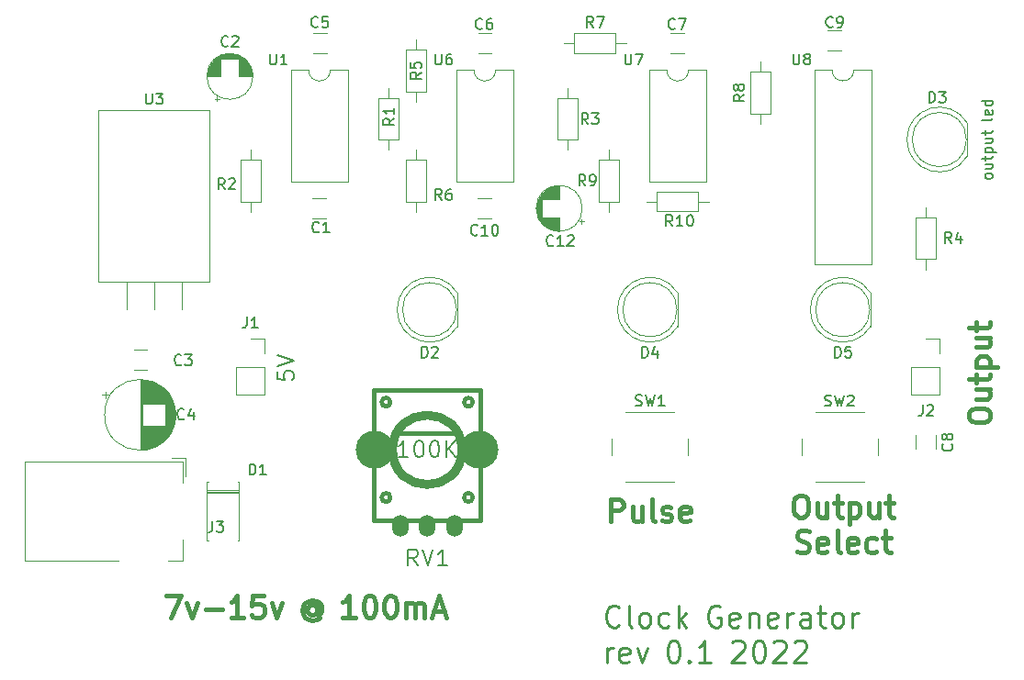
<source format=gto>
%TF.GenerationSoftware,KiCad,Pcbnew,(6.99.0-1487-g4c225cff5b)*%
%TF.CreationDate,2022-03-28T23:32:56+02:00*%
%TF.ProjectId,clockmodule,636c6f63-6b6d-46f6-9475-6c652e6b6963,rev?*%
%TF.SameCoordinates,PX47868c0PY17d7840*%
%TF.FileFunction,Legend,Top*%
%TF.FilePolarity,Positive*%
%FSLAX46Y46*%
G04 Gerber Fmt 4.6, Leading zero omitted, Abs format (unit mm)*
G04 Created by KiCad (PCBNEW (6.99.0-1487-g4c225cff5b)) date 2022-03-28 23:32:56*
%MOMM*%
%LPD*%
G01*
G04 APERTURE LIST*
%ADD10C,0.187500*%
%ADD11C,0.400000*%
%ADD12C,0.150000*%
%ADD13C,0.250000*%
%ADD14C,0.200660*%
%ADD15C,0.120000*%
%ADD16C,0.381000*%
%ADD17O,1.500000X2.000000*%
%ADD18C,3.500000*%
G04 APERTURE END LIST*
D10*
X20178571Y-35785713D02*
X20178571Y-36499999D01*
X20178571Y-36499999D02*
X20892857Y-36571427D01*
X20892857Y-36571427D02*
X20821428Y-36499999D01*
X20821428Y-36499999D02*
X20750000Y-36357142D01*
X20750000Y-36357142D02*
X20750000Y-35999999D01*
X20750000Y-35999999D02*
X20821428Y-35857142D01*
X20821428Y-35857142D02*
X20892857Y-35785713D01*
X20892857Y-35785713D02*
X21035714Y-35714284D01*
X21035714Y-35714284D02*
X21392857Y-35714284D01*
X21392857Y-35714284D02*
X21535714Y-35785713D01*
X21535714Y-35785713D02*
X21607142Y-35857142D01*
X21607142Y-35857142D02*
X21678571Y-35999999D01*
X21678571Y-35999999D02*
X21678571Y-36357142D01*
X21678571Y-36357142D02*
X21607142Y-36499999D01*
X21607142Y-36499999D02*
X21535714Y-36571427D01*
X20178571Y-35285713D02*
X21678571Y-34785713D01*
X21678571Y-34785713D02*
X20178571Y-34285713D01*
D11*
X9923332Y-56454761D02*
X11256665Y-56454761D01*
X11256665Y-56454761D02*
X10399522Y-58454761D01*
X11828094Y-57121428D02*
X12304284Y-58454761D01*
X12304284Y-58454761D02*
X12780475Y-57121428D01*
X13542380Y-57692857D02*
X15066190Y-57692857D01*
X17066189Y-58454761D02*
X15923332Y-58454761D01*
X16494760Y-58454761D02*
X16494760Y-56454761D01*
X16494760Y-56454761D02*
X16304284Y-56740476D01*
X16304284Y-56740476D02*
X16113808Y-56930952D01*
X16113808Y-56930952D02*
X15923332Y-57026190D01*
X18875713Y-56454761D02*
X17923332Y-56454761D01*
X17923332Y-56454761D02*
X17828094Y-57407142D01*
X17828094Y-57407142D02*
X17923332Y-57311904D01*
X17923332Y-57311904D02*
X18113808Y-57216666D01*
X18113808Y-57216666D02*
X18589999Y-57216666D01*
X18589999Y-57216666D02*
X18780475Y-57311904D01*
X18780475Y-57311904D02*
X18875713Y-57407142D01*
X18875713Y-57407142D02*
X18970951Y-57597619D01*
X18970951Y-57597619D02*
X18970951Y-58073809D01*
X18970951Y-58073809D02*
X18875713Y-58264285D01*
X18875713Y-58264285D02*
X18780475Y-58359523D01*
X18780475Y-58359523D02*
X18589999Y-58454761D01*
X18589999Y-58454761D02*
X18113808Y-58454761D01*
X18113808Y-58454761D02*
X17923332Y-58359523D01*
X17923332Y-58359523D02*
X17828094Y-58264285D01*
X19637618Y-57121428D02*
X20113808Y-58454761D01*
X20113808Y-58454761D02*
X20589999Y-57121428D01*
X23789999Y-57502380D02*
X23694761Y-57407142D01*
X23694761Y-57407142D02*
X23504285Y-57311904D01*
X23504285Y-57311904D02*
X23313809Y-57311904D01*
X23313809Y-57311904D02*
X23123333Y-57407142D01*
X23123333Y-57407142D02*
X23028094Y-57502380D01*
X23028094Y-57502380D02*
X22932856Y-57692857D01*
X22932856Y-57692857D02*
X22932856Y-57883333D01*
X22932856Y-57883333D02*
X23028094Y-58073809D01*
X23028094Y-58073809D02*
X23123333Y-58169047D01*
X23123333Y-58169047D02*
X23313809Y-58264285D01*
X23313809Y-58264285D02*
X23504285Y-58264285D01*
X23504285Y-58264285D02*
X23694761Y-58169047D01*
X23694761Y-58169047D02*
X23789999Y-58073809D01*
X23789999Y-57311904D02*
X23789999Y-58073809D01*
X23789999Y-58073809D02*
X23885237Y-58169047D01*
X23885237Y-58169047D02*
X23980475Y-58169047D01*
X23980475Y-58169047D02*
X24170952Y-58073809D01*
X24170952Y-58073809D02*
X24266190Y-57883333D01*
X24266190Y-57883333D02*
X24266190Y-57407142D01*
X24266190Y-57407142D02*
X24075714Y-57121428D01*
X24075714Y-57121428D02*
X23789999Y-56930952D01*
X23789999Y-56930952D02*
X23409047Y-56835714D01*
X23409047Y-56835714D02*
X23028094Y-56930952D01*
X23028094Y-56930952D02*
X22742380Y-57121428D01*
X22742380Y-57121428D02*
X22551904Y-57407142D01*
X22551904Y-57407142D02*
X22456666Y-57788095D01*
X22456666Y-57788095D02*
X22551904Y-58169047D01*
X22551904Y-58169047D02*
X22742380Y-58454761D01*
X22742380Y-58454761D02*
X23028094Y-58645238D01*
X23028094Y-58645238D02*
X23409047Y-58740476D01*
X23409047Y-58740476D02*
X23789999Y-58645238D01*
X23789999Y-58645238D02*
X24075714Y-58454761D01*
X27370952Y-58454761D02*
X26228095Y-58454761D01*
X26799523Y-58454761D02*
X26799523Y-56454761D01*
X26799523Y-56454761D02*
X26609047Y-56740476D01*
X26609047Y-56740476D02*
X26418571Y-56930952D01*
X26418571Y-56930952D02*
X26228095Y-57026190D01*
X28609047Y-56454761D02*
X28799524Y-56454761D01*
X28799524Y-56454761D02*
X28990000Y-56550000D01*
X28990000Y-56550000D02*
X29085238Y-56645238D01*
X29085238Y-56645238D02*
X29180476Y-56835714D01*
X29180476Y-56835714D02*
X29275714Y-57216666D01*
X29275714Y-57216666D02*
X29275714Y-57692857D01*
X29275714Y-57692857D02*
X29180476Y-58073809D01*
X29180476Y-58073809D02*
X29085238Y-58264285D01*
X29085238Y-58264285D02*
X28990000Y-58359523D01*
X28990000Y-58359523D02*
X28799524Y-58454761D01*
X28799524Y-58454761D02*
X28609047Y-58454761D01*
X28609047Y-58454761D02*
X28418571Y-58359523D01*
X28418571Y-58359523D02*
X28323333Y-58264285D01*
X28323333Y-58264285D02*
X28228095Y-58073809D01*
X28228095Y-58073809D02*
X28132857Y-57692857D01*
X28132857Y-57692857D02*
X28132857Y-57216666D01*
X28132857Y-57216666D02*
X28228095Y-56835714D01*
X28228095Y-56835714D02*
X28323333Y-56645238D01*
X28323333Y-56645238D02*
X28418571Y-56550000D01*
X28418571Y-56550000D02*
X28609047Y-56454761D01*
X30513809Y-56454761D02*
X30704286Y-56454761D01*
X30704286Y-56454761D02*
X30894762Y-56550000D01*
X30894762Y-56550000D02*
X30990000Y-56645238D01*
X30990000Y-56645238D02*
X31085238Y-56835714D01*
X31085238Y-56835714D02*
X31180476Y-57216666D01*
X31180476Y-57216666D02*
X31180476Y-57692857D01*
X31180476Y-57692857D02*
X31085238Y-58073809D01*
X31085238Y-58073809D02*
X30990000Y-58264285D01*
X30990000Y-58264285D02*
X30894762Y-58359523D01*
X30894762Y-58359523D02*
X30704286Y-58454761D01*
X30704286Y-58454761D02*
X30513809Y-58454761D01*
X30513809Y-58454761D02*
X30323333Y-58359523D01*
X30323333Y-58359523D02*
X30228095Y-58264285D01*
X30228095Y-58264285D02*
X30132857Y-58073809D01*
X30132857Y-58073809D02*
X30037619Y-57692857D01*
X30037619Y-57692857D02*
X30037619Y-57216666D01*
X30037619Y-57216666D02*
X30132857Y-56835714D01*
X30132857Y-56835714D02*
X30228095Y-56645238D01*
X30228095Y-56645238D02*
X30323333Y-56550000D01*
X30323333Y-56550000D02*
X30513809Y-56454761D01*
X32037619Y-58454761D02*
X32037619Y-57121428D01*
X32037619Y-57311904D02*
X32132857Y-57216666D01*
X32132857Y-57216666D02*
X32323333Y-57121428D01*
X32323333Y-57121428D02*
X32609048Y-57121428D01*
X32609048Y-57121428D02*
X32799524Y-57216666D01*
X32799524Y-57216666D02*
X32894762Y-57407142D01*
X32894762Y-57407142D02*
X32894762Y-58454761D01*
X32894762Y-57407142D02*
X32990000Y-57216666D01*
X32990000Y-57216666D02*
X33180476Y-57121428D01*
X33180476Y-57121428D02*
X33466190Y-57121428D01*
X33466190Y-57121428D02*
X33656667Y-57216666D01*
X33656667Y-57216666D02*
X33751905Y-57407142D01*
X33751905Y-57407142D02*
X33751905Y-58454761D01*
X34609048Y-57883333D02*
X35561429Y-57883333D01*
X34418572Y-58454761D02*
X35085238Y-56454761D01*
X35085238Y-56454761D02*
X35751905Y-58454761D01*
D12*
X86107380Y-17812857D02*
X86059761Y-17908095D01*
X86059761Y-17908095D02*
X86012142Y-17955714D01*
X86012142Y-17955714D02*
X85916904Y-18003333D01*
X85916904Y-18003333D02*
X85631190Y-18003333D01*
X85631190Y-18003333D02*
X85535952Y-17955714D01*
X85535952Y-17955714D02*
X85488333Y-17908095D01*
X85488333Y-17908095D02*
X85440714Y-17812857D01*
X85440714Y-17812857D02*
X85440714Y-17670000D01*
X85440714Y-17670000D02*
X85488333Y-17574762D01*
X85488333Y-17574762D02*
X85535952Y-17527143D01*
X85535952Y-17527143D02*
X85631190Y-17479524D01*
X85631190Y-17479524D02*
X85916904Y-17479524D01*
X85916904Y-17479524D02*
X86012142Y-17527143D01*
X86012142Y-17527143D02*
X86059761Y-17574762D01*
X86059761Y-17574762D02*
X86107380Y-17670000D01*
X86107380Y-17670000D02*
X86107380Y-17812857D01*
X85440714Y-16622381D02*
X86107380Y-16622381D01*
X85440714Y-17050952D02*
X85964523Y-17050952D01*
X85964523Y-17050952D02*
X86059761Y-17003333D01*
X86059761Y-17003333D02*
X86107380Y-16908095D01*
X86107380Y-16908095D02*
X86107380Y-16765238D01*
X86107380Y-16765238D02*
X86059761Y-16670000D01*
X86059761Y-16670000D02*
X86012142Y-16622381D01*
X85440714Y-16289047D02*
X85440714Y-15908095D01*
X85107380Y-16146190D02*
X85964523Y-16146190D01*
X85964523Y-16146190D02*
X86059761Y-16098571D01*
X86059761Y-16098571D02*
X86107380Y-16003333D01*
X86107380Y-16003333D02*
X86107380Y-15908095D01*
X85440714Y-15574761D02*
X86440714Y-15574761D01*
X85488333Y-15574761D02*
X85440714Y-15479523D01*
X85440714Y-15479523D02*
X85440714Y-15289047D01*
X85440714Y-15289047D02*
X85488333Y-15193809D01*
X85488333Y-15193809D02*
X85535952Y-15146190D01*
X85535952Y-15146190D02*
X85631190Y-15098571D01*
X85631190Y-15098571D02*
X85916904Y-15098571D01*
X85916904Y-15098571D02*
X86012142Y-15146190D01*
X86012142Y-15146190D02*
X86059761Y-15193809D01*
X86059761Y-15193809D02*
X86107380Y-15289047D01*
X86107380Y-15289047D02*
X86107380Y-15479523D01*
X86107380Y-15479523D02*
X86059761Y-15574761D01*
X85440714Y-14241428D02*
X86107380Y-14241428D01*
X85440714Y-14669999D02*
X85964523Y-14669999D01*
X85964523Y-14669999D02*
X86059761Y-14622380D01*
X86059761Y-14622380D02*
X86107380Y-14527142D01*
X86107380Y-14527142D02*
X86107380Y-14384285D01*
X86107380Y-14384285D02*
X86059761Y-14289047D01*
X86059761Y-14289047D02*
X86012142Y-14241428D01*
X85440714Y-13908094D02*
X85440714Y-13527142D01*
X85107380Y-13765237D02*
X85964523Y-13765237D01*
X85964523Y-13765237D02*
X86059761Y-13717618D01*
X86059761Y-13717618D02*
X86107380Y-13622380D01*
X86107380Y-13622380D02*
X86107380Y-13527142D01*
X86107380Y-12450951D02*
X86059761Y-12546189D01*
X86059761Y-12546189D02*
X85964523Y-12593808D01*
X85964523Y-12593808D02*
X85107380Y-12593808D01*
X86059761Y-11689046D02*
X86107380Y-11784284D01*
X86107380Y-11784284D02*
X86107380Y-11974760D01*
X86107380Y-11974760D02*
X86059761Y-12069998D01*
X86059761Y-12069998D02*
X85964523Y-12117617D01*
X85964523Y-12117617D02*
X85583571Y-12117617D01*
X85583571Y-12117617D02*
X85488333Y-12069998D01*
X85488333Y-12069998D02*
X85440714Y-11974760D01*
X85440714Y-11974760D02*
X85440714Y-11784284D01*
X85440714Y-11784284D02*
X85488333Y-11689046D01*
X85488333Y-11689046D02*
X85583571Y-11641427D01*
X85583571Y-11641427D02*
X85678809Y-11641427D01*
X85678809Y-11641427D02*
X85774047Y-12117617D01*
X86107380Y-10784284D02*
X85107380Y-10784284D01*
X86059761Y-10784284D02*
X86107380Y-10879522D01*
X86107380Y-10879522D02*
X86107380Y-11069998D01*
X86107380Y-11069998D02*
X86059761Y-11165236D01*
X86059761Y-11165236D02*
X86012142Y-11212855D01*
X86012142Y-11212855D02*
X85916904Y-11260474D01*
X85916904Y-11260474D02*
X85631190Y-11260474D01*
X85631190Y-11260474D02*
X85535952Y-11212855D01*
X85535952Y-11212855D02*
X85488333Y-11165236D01*
X85488333Y-11165236D02*
X85440714Y-11069998D01*
X85440714Y-11069998D02*
X85440714Y-10879522D01*
X85440714Y-10879522D02*
X85488333Y-10784284D01*
D11*
X68272380Y-47214761D02*
X68653333Y-47214761D01*
X68653333Y-47214761D02*
X68843809Y-47310000D01*
X68843809Y-47310000D02*
X69034285Y-47500476D01*
X69034285Y-47500476D02*
X69129523Y-47881428D01*
X69129523Y-47881428D02*
X69129523Y-48548095D01*
X69129523Y-48548095D02*
X69034285Y-48929047D01*
X69034285Y-48929047D02*
X68843809Y-49119523D01*
X68843809Y-49119523D02*
X68653333Y-49214761D01*
X68653333Y-49214761D02*
X68272380Y-49214761D01*
X68272380Y-49214761D02*
X68081904Y-49119523D01*
X68081904Y-49119523D02*
X67891428Y-48929047D01*
X67891428Y-48929047D02*
X67796190Y-48548095D01*
X67796190Y-48548095D02*
X67796190Y-47881428D01*
X67796190Y-47881428D02*
X67891428Y-47500476D01*
X67891428Y-47500476D02*
X68081904Y-47310000D01*
X68081904Y-47310000D02*
X68272380Y-47214761D01*
X70843809Y-47881428D02*
X70843809Y-49214761D01*
X69986666Y-47881428D02*
X69986666Y-48929047D01*
X69986666Y-48929047D02*
X70081904Y-49119523D01*
X70081904Y-49119523D02*
X70272380Y-49214761D01*
X70272380Y-49214761D02*
X70558095Y-49214761D01*
X70558095Y-49214761D02*
X70748571Y-49119523D01*
X70748571Y-49119523D02*
X70843809Y-49024285D01*
X71510476Y-47881428D02*
X72272380Y-47881428D01*
X71796190Y-47214761D02*
X71796190Y-48929047D01*
X71796190Y-48929047D02*
X71891428Y-49119523D01*
X71891428Y-49119523D02*
X72081904Y-49214761D01*
X72081904Y-49214761D02*
X72272380Y-49214761D01*
X72939047Y-47881428D02*
X72939047Y-49881428D01*
X72939047Y-47976666D02*
X73129523Y-47881428D01*
X73129523Y-47881428D02*
X73510476Y-47881428D01*
X73510476Y-47881428D02*
X73700952Y-47976666D01*
X73700952Y-47976666D02*
X73796190Y-48071904D01*
X73796190Y-48071904D02*
X73891428Y-48262380D01*
X73891428Y-48262380D02*
X73891428Y-48833809D01*
X73891428Y-48833809D02*
X73796190Y-49024285D01*
X73796190Y-49024285D02*
X73700952Y-49119523D01*
X73700952Y-49119523D02*
X73510476Y-49214761D01*
X73510476Y-49214761D02*
X73129523Y-49214761D01*
X73129523Y-49214761D02*
X72939047Y-49119523D01*
X75605714Y-47881428D02*
X75605714Y-49214761D01*
X74748571Y-47881428D02*
X74748571Y-48929047D01*
X74748571Y-48929047D02*
X74843809Y-49119523D01*
X74843809Y-49119523D02*
X75034285Y-49214761D01*
X75034285Y-49214761D02*
X75320000Y-49214761D01*
X75320000Y-49214761D02*
X75510476Y-49119523D01*
X75510476Y-49119523D02*
X75605714Y-49024285D01*
X76272381Y-47881428D02*
X77034285Y-47881428D01*
X76558095Y-47214761D02*
X76558095Y-48929047D01*
X76558095Y-48929047D02*
X76653333Y-49119523D01*
X76653333Y-49119523D02*
X76843809Y-49214761D01*
X76843809Y-49214761D02*
X77034285Y-49214761D01*
X68081904Y-52359523D02*
X68367618Y-52454761D01*
X68367618Y-52454761D02*
X68843809Y-52454761D01*
X68843809Y-52454761D02*
X69034285Y-52359523D01*
X69034285Y-52359523D02*
X69129523Y-52264285D01*
X69129523Y-52264285D02*
X69224761Y-52073809D01*
X69224761Y-52073809D02*
X69224761Y-51883333D01*
X69224761Y-51883333D02*
X69129523Y-51692857D01*
X69129523Y-51692857D02*
X69034285Y-51597619D01*
X69034285Y-51597619D02*
X68843809Y-51502380D01*
X68843809Y-51502380D02*
X68462856Y-51407142D01*
X68462856Y-51407142D02*
X68272380Y-51311904D01*
X68272380Y-51311904D02*
X68177142Y-51216666D01*
X68177142Y-51216666D02*
X68081904Y-51026190D01*
X68081904Y-51026190D02*
X68081904Y-50835714D01*
X68081904Y-50835714D02*
X68177142Y-50645238D01*
X68177142Y-50645238D02*
X68272380Y-50550000D01*
X68272380Y-50550000D02*
X68462856Y-50454761D01*
X68462856Y-50454761D02*
X68939047Y-50454761D01*
X68939047Y-50454761D02*
X69224761Y-50550000D01*
X70843809Y-52359523D02*
X70653333Y-52454761D01*
X70653333Y-52454761D02*
X70272380Y-52454761D01*
X70272380Y-52454761D02*
X70081904Y-52359523D01*
X70081904Y-52359523D02*
X69986666Y-52169047D01*
X69986666Y-52169047D02*
X69986666Y-51407142D01*
X69986666Y-51407142D02*
X70081904Y-51216666D01*
X70081904Y-51216666D02*
X70272380Y-51121428D01*
X70272380Y-51121428D02*
X70653333Y-51121428D01*
X70653333Y-51121428D02*
X70843809Y-51216666D01*
X70843809Y-51216666D02*
X70939047Y-51407142D01*
X70939047Y-51407142D02*
X70939047Y-51597619D01*
X70939047Y-51597619D02*
X69986666Y-51788095D01*
X72081904Y-52454761D02*
X71891428Y-52359523D01*
X71891428Y-52359523D02*
X71796190Y-52169047D01*
X71796190Y-52169047D02*
X71796190Y-50454761D01*
X73605714Y-52359523D02*
X73415238Y-52454761D01*
X73415238Y-52454761D02*
X73034285Y-52454761D01*
X73034285Y-52454761D02*
X72843809Y-52359523D01*
X72843809Y-52359523D02*
X72748571Y-52169047D01*
X72748571Y-52169047D02*
X72748571Y-51407142D01*
X72748571Y-51407142D02*
X72843809Y-51216666D01*
X72843809Y-51216666D02*
X73034285Y-51121428D01*
X73034285Y-51121428D02*
X73415238Y-51121428D01*
X73415238Y-51121428D02*
X73605714Y-51216666D01*
X73605714Y-51216666D02*
X73700952Y-51407142D01*
X73700952Y-51407142D02*
X73700952Y-51597619D01*
X73700952Y-51597619D02*
X72748571Y-51788095D01*
X75415238Y-52359523D02*
X75224762Y-52454761D01*
X75224762Y-52454761D02*
X74843809Y-52454761D01*
X74843809Y-52454761D02*
X74653333Y-52359523D01*
X74653333Y-52359523D02*
X74558095Y-52264285D01*
X74558095Y-52264285D02*
X74462857Y-52073809D01*
X74462857Y-52073809D02*
X74462857Y-51502380D01*
X74462857Y-51502380D02*
X74558095Y-51311904D01*
X74558095Y-51311904D02*
X74653333Y-51216666D01*
X74653333Y-51216666D02*
X74843809Y-51121428D01*
X74843809Y-51121428D02*
X75224762Y-51121428D01*
X75224762Y-51121428D02*
X75415238Y-51216666D01*
X75986667Y-51121428D02*
X76748571Y-51121428D01*
X76272381Y-50454761D02*
X76272381Y-52169047D01*
X76272381Y-52169047D02*
X76367619Y-52359523D01*
X76367619Y-52359523D02*
X76558095Y-52454761D01*
X76558095Y-52454761D02*
X76748571Y-52454761D01*
D13*
X51714047Y-59184285D02*
X51618809Y-59279523D01*
X51618809Y-59279523D02*
X51333095Y-59374761D01*
X51333095Y-59374761D02*
X51142619Y-59374761D01*
X51142619Y-59374761D02*
X50856904Y-59279523D01*
X50856904Y-59279523D02*
X50666428Y-59089047D01*
X50666428Y-59089047D02*
X50571190Y-58898571D01*
X50571190Y-58898571D02*
X50475952Y-58517619D01*
X50475952Y-58517619D02*
X50475952Y-58231904D01*
X50475952Y-58231904D02*
X50571190Y-57850952D01*
X50571190Y-57850952D02*
X50666428Y-57660476D01*
X50666428Y-57660476D02*
X50856904Y-57470000D01*
X50856904Y-57470000D02*
X51142619Y-57374761D01*
X51142619Y-57374761D02*
X51333095Y-57374761D01*
X51333095Y-57374761D02*
X51618809Y-57470000D01*
X51618809Y-57470000D02*
X51714047Y-57565238D01*
X52856904Y-59374761D02*
X52666428Y-59279523D01*
X52666428Y-59279523D02*
X52571190Y-59089047D01*
X52571190Y-59089047D02*
X52571190Y-57374761D01*
X53904523Y-59374761D02*
X53714047Y-59279523D01*
X53714047Y-59279523D02*
X53618809Y-59184285D01*
X53618809Y-59184285D02*
X53523571Y-58993809D01*
X53523571Y-58993809D02*
X53523571Y-58422380D01*
X53523571Y-58422380D02*
X53618809Y-58231904D01*
X53618809Y-58231904D02*
X53714047Y-58136666D01*
X53714047Y-58136666D02*
X53904523Y-58041428D01*
X53904523Y-58041428D02*
X54190238Y-58041428D01*
X54190238Y-58041428D02*
X54380714Y-58136666D01*
X54380714Y-58136666D02*
X54475952Y-58231904D01*
X54475952Y-58231904D02*
X54571190Y-58422380D01*
X54571190Y-58422380D02*
X54571190Y-58993809D01*
X54571190Y-58993809D02*
X54475952Y-59184285D01*
X54475952Y-59184285D02*
X54380714Y-59279523D01*
X54380714Y-59279523D02*
X54190238Y-59374761D01*
X54190238Y-59374761D02*
X53904523Y-59374761D01*
X56285476Y-59279523D02*
X56095000Y-59374761D01*
X56095000Y-59374761D02*
X55714047Y-59374761D01*
X55714047Y-59374761D02*
X55523571Y-59279523D01*
X55523571Y-59279523D02*
X55428333Y-59184285D01*
X55428333Y-59184285D02*
X55333095Y-58993809D01*
X55333095Y-58993809D02*
X55333095Y-58422380D01*
X55333095Y-58422380D02*
X55428333Y-58231904D01*
X55428333Y-58231904D02*
X55523571Y-58136666D01*
X55523571Y-58136666D02*
X55714047Y-58041428D01*
X55714047Y-58041428D02*
X56095000Y-58041428D01*
X56095000Y-58041428D02*
X56285476Y-58136666D01*
X57142619Y-59374761D02*
X57142619Y-57374761D01*
X57333095Y-58612857D02*
X57904524Y-59374761D01*
X57904524Y-58041428D02*
X57142619Y-58803333D01*
X61009286Y-57470000D02*
X60818810Y-57374761D01*
X60818810Y-57374761D02*
X60533096Y-57374761D01*
X60533096Y-57374761D02*
X60247381Y-57470000D01*
X60247381Y-57470000D02*
X60056905Y-57660476D01*
X60056905Y-57660476D02*
X59961667Y-57850952D01*
X59961667Y-57850952D02*
X59866429Y-58231904D01*
X59866429Y-58231904D02*
X59866429Y-58517619D01*
X59866429Y-58517619D02*
X59961667Y-58898571D01*
X59961667Y-58898571D02*
X60056905Y-59089047D01*
X60056905Y-59089047D02*
X60247381Y-59279523D01*
X60247381Y-59279523D02*
X60533096Y-59374761D01*
X60533096Y-59374761D02*
X60723572Y-59374761D01*
X60723572Y-59374761D02*
X61009286Y-59279523D01*
X61009286Y-59279523D02*
X61104524Y-59184285D01*
X61104524Y-59184285D02*
X61104524Y-58517619D01*
X61104524Y-58517619D02*
X60723572Y-58517619D01*
X62723572Y-59279523D02*
X62533096Y-59374761D01*
X62533096Y-59374761D02*
X62152143Y-59374761D01*
X62152143Y-59374761D02*
X61961667Y-59279523D01*
X61961667Y-59279523D02*
X61866429Y-59089047D01*
X61866429Y-59089047D02*
X61866429Y-58327142D01*
X61866429Y-58327142D02*
X61961667Y-58136666D01*
X61961667Y-58136666D02*
X62152143Y-58041428D01*
X62152143Y-58041428D02*
X62533096Y-58041428D01*
X62533096Y-58041428D02*
X62723572Y-58136666D01*
X62723572Y-58136666D02*
X62818810Y-58327142D01*
X62818810Y-58327142D02*
X62818810Y-58517619D01*
X62818810Y-58517619D02*
X61866429Y-58708095D01*
X63675953Y-58041428D02*
X63675953Y-59374761D01*
X63675953Y-58231904D02*
X63771191Y-58136666D01*
X63771191Y-58136666D02*
X63961667Y-58041428D01*
X63961667Y-58041428D02*
X64247382Y-58041428D01*
X64247382Y-58041428D02*
X64437858Y-58136666D01*
X64437858Y-58136666D02*
X64533096Y-58327142D01*
X64533096Y-58327142D02*
X64533096Y-59374761D01*
X66247382Y-59279523D02*
X66056906Y-59374761D01*
X66056906Y-59374761D02*
X65675953Y-59374761D01*
X65675953Y-59374761D02*
X65485477Y-59279523D01*
X65485477Y-59279523D02*
X65390239Y-59089047D01*
X65390239Y-59089047D02*
X65390239Y-58327142D01*
X65390239Y-58327142D02*
X65485477Y-58136666D01*
X65485477Y-58136666D02*
X65675953Y-58041428D01*
X65675953Y-58041428D02*
X66056906Y-58041428D01*
X66056906Y-58041428D02*
X66247382Y-58136666D01*
X66247382Y-58136666D02*
X66342620Y-58327142D01*
X66342620Y-58327142D02*
X66342620Y-58517619D01*
X66342620Y-58517619D02*
X65390239Y-58708095D01*
X67199763Y-59374761D02*
X67199763Y-58041428D01*
X67199763Y-58422380D02*
X67295001Y-58231904D01*
X67295001Y-58231904D02*
X67390239Y-58136666D01*
X67390239Y-58136666D02*
X67580715Y-58041428D01*
X67580715Y-58041428D02*
X67771192Y-58041428D01*
X69295001Y-59374761D02*
X69295001Y-58327142D01*
X69295001Y-58327142D02*
X69199763Y-58136666D01*
X69199763Y-58136666D02*
X69009287Y-58041428D01*
X69009287Y-58041428D02*
X68628334Y-58041428D01*
X68628334Y-58041428D02*
X68437858Y-58136666D01*
X69295001Y-59279523D02*
X69104525Y-59374761D01*
X69104525Y-59374761D02*
X68628334Y-59374761D01*
X68628334Y-59374761D02*
X68437858Y-59279523D01*
X68437858Y-59279523D02*
X68342620Y-59089047D01*
X68342620Y-59089047D02*
X68342620Y-58898571D01*
X68342620Y-58898571D02*
X68437858Y-58708095D01*
X68437858Y-58708095D02*
X68628334Y-58612857D01*
X68628334Y-58612857D02*
X69104525Y-58612857D01*
X69104525Y-58612857D02*
X69295001Y-58517619D01*
X69961668Y-58041428D02*
X70723572Y-58041428D01*
X70247382Y-57374761D02*
X70247382Y-59089047D01*
X70247382Y-59089047D02*
X70342620Y-59279523D01*
X70342620Y-59279523D02*
X70533096Y-59374761D01*
X70533096Y-59374761D02*
X70723572Y-59374761D01*
X71675953Y-59374761D02*
X71485477Y-59279523D01*
X71485477Y-59279523D02*
X71390239Y-59184285D01*
X71390239Y-59184285D02*
X71295001Y-58993809D01*
X71295001Y-58993809D02*
X71295001Y-58422380D01*
X71295001Y-58422380D02*
X71390239Y-58231904D01*
X71390239Y-58231904D02*
X71485477Y-58136666D01*
X71485477Y-58136666D02*
X71675953Y-58041428D01*
X71675953Y-58041428D02*
X71961668Y-58041428D01*
X71961668Y-58041428D02*
X72152144Y-58136666D01*
X72152144Y-58136666D02*
X72247382Y-58231904D01*
X72247382Y-58231904D02*
X72342620Y-58422380D01*
X72342620Y-58422380D02*
X72342620Y-58993809D01*
X72342620Y-58993809D02*
X72247382Y-59184285D01*
X72247382Y-59184285D02*
X72152144Y-59279523D01*
X72152144Y-59279523D02*
X71961668Y-59374761D01*
X71961668Y-59374761D02*
X71675953Y-59374761D01*
X73199763Y-59374761D02*
X73199763Y-58041428D01*
X73199763Y-58422380D02*
X73295001Y-58231904D01*
X73295001Y-58231904D02*
X73390239Y-58136666D01*
X73390239Y-58136666D02*
X73580715Y-58041428D01*
X73580715Y-58041428D02*
X73771192Y-58041428D01*
X50571190Y-62614761D02*
X50571190Y-61281428D01*
X50571190Y-61662380D02*
X50666428Y-61471904D01*
X50666428Y-61471904D02*
X50761666Y-61376666D01*
X50761666Y-61376666D02*
X50952142Y-61281428D01*
X50952142Y-61281428D02*
X51142619Y-61281428D01*
X52571190Y-62519523D02*
X52380714Y-62614761D01*
X52380714Y-62614761D02*
X51999761Y-62614761D01*
X51999761Y-62614761D02*
X51809285Y-62519523D01*
X51809285Y-62519523D02*
X51714047Y-62329047D01*
X51714047Y-62329047D02*
X51714047Y-61567142D01*
X51714047Y-61567142D02*
X51809285Y-61376666D01*
X51809285Y-61376666D02*
X51999761Y-61281428D01*
X51999761Y-61281428D02*
X52380714Y-61281428D01*
X52380714Y-61281428D02*
X52571190Y-61376666D01*
X52571190Y-61376666D02*
X52666428Y-61567142D01*
X52666428Y-61567142D02*
X52666428Y-61757619D01*
X52666428Y-61757619D02*
X51714047Y-61948095D01*
X53333095Y-61281428D02*
X53809285Y-62614761D01*
X53809285Y-62614761D02*
X54285476Y-61281428D01*
X56628333Y-60614761D02*
X56818810Y-60614761D01*
X56818810Y-60614761D02*
X57009286Y-60710000D01*
X57009286Y-60710000D02*
X57104524Y-60805238D01*
X57104524Y-60805238D02*
X57199762Y-60995714D01*
X57199762Y-60995714D02*
X57295000Y-61376666D01*
X57295000Y-61376666D02*
X57295000Y-61852857D01*
X57295000Y-61852857D02*
X57199762Y-62233809D01*
X57199762Y-62233809D02*
X57104524Y-62424285D01*
X57104524Y-62424285D02*
X57009286Y-62519523D01*
X57009286Y-62519523D02*
X56818810Y-62614761D01*
X56818810Y-62614761D02*
X56628333Y-62614761D01*
X56628333Y-62614761D02*
X56437857Y-62519523D01*
X56437857Y-62519523D02*
X56342619Y-62424285D01*
X56342619Y-62424285D02*
X56247381Y-62233809D01*
X56247381Y-62233809D02*
X56152143Y-61852857D01*
X56152143Y-61852857D02*
X56152143Y-61376666D01*
X56152143Y-61376666D02*
X56247381Y-60995714D01*
X56247381Y-60995714D02*
X56342619Y-60805238D01*
X56342619Y-60805238D02*
X56437857Y-60710000D01*
X56437857Y-60710000D02*
X56628333Y-60614761D01*
X58152143Y-62424285D02*
X58247381Y-62519523D01*
X58247381Y-62519523D02*
X58152143Y-62614761D01*
X58152143Y-62614761D02*
X58056905Y-62519523D01*
X58056905Y-62519523D02*
X58152143Y-62424285D01*
X58152143Y-62424285D02*
X58152143Y-62614761D01*
X60152143Y-62614761D02*
X59009286Y-62614761D01*
X59580714Y-62614761D02*
X59580714Y-60614761D01*
X59580714Y-60614761D02*
X59390238Y-60900476D01*
X59390238Y-60900476D02*
X59199762Y-61090952D01*
X59199762Y-61090952D02*
X59009286Y-61186190D01*
X62114048Y-60805238D02*
X62209286Y-60710000D01*
X62209286Y-60710000D02*
X62399762Y-60614761D01*
X62399762Y-60614761D02*
X62875953Y-60614761D01*
X62875953Y-60614761D02*
X63066429Y-60710000D01*
X63066429Y-60710000D02*
X63161667Y-60805238D01*
X63161667Y-60805238D02*
X63256905Y-60995714D01*
X63256905Y-60995714D02*
X63256905Y-61186190D01*
X63256905Y-61186190D02*
X63161667Y-61471904D01*
X63161667Y-61471904D02*
X62018810Y-62614761D01*
X62018810Y-62614761D02*
X63256905Y-62614761D01*
X64495000Y-60614761D02*
X64685477Y-60614761D01*
X64685477Y-60614761D02*
X64875953Y-60710000D01*
X64875953Y-60710000D02*
X64971191Y-60805238D01*
X64971191Y-60805238D02*
X65066429Y-60995714D01*
X65066429Y-60995714D02*
X65161667Y-61376666D01*
X65161667Y-61376666D02*
X65161667Y-61852857D01*
X65161667Y-61852857D02*
X65066429Y-62233809D01*
X65066429Y-62233809D02*
X64971191Y-62424285D01*
X64971191Y-62424285D02*
X64875953Y-62519523D01*
X64875953Y-62519523D02*
X64685477Y-62614761D01*
X64685477Y-62614761D02*
X64495000Y-62614761D01*
X64495000Y-62614761D02*
X64304524Y-62519523D01*
X64304524Y-62519523D02*
X64209286Y-62424285D01*
X64209286Y-62424285D02*
X64114048Y-62233809D01*
X64114048Y-62233809D02*
X64018810Y-61852857D01*
X64018810Y-61852857D02*
X64018810Y-61376666D01*
X64018810Y-61376666D02*
X64114048Y-60995714D01*
X64114048Y-60995714D02*
X64209286Y-60805238D01*
X64209286Y-60805238D02*
X64304524Y-60710000D01*
X64304524Y-60710000D02*
X64495000Y-60614761D01*
X65923572Y-60805238D02*
X66018810Y-60710000D01*
X66018810Y-60710000D02*
X66209286Y-60614761D01*
X66209286Y-60614761D02*
X66685477Y-60614761D01*
X66685477Y-60614761D02*
X66875953Y-60710000D01*
X66875953Y-60710000D02*
X66971191Y-60805238D01*
X66971191Y-60805238D02*
X67066429Y-60995714D01*
X67066429Y-60995714D02*
X67066429Y-61186190D01*
X67066429Y-61186190D02*
X66971191Y-61471904D01*
X66971191Y-61471904D02*
X65828334Y-62614761D01*
X65828334Y-62614761D02*
X67066429Y-62614761D01*
X67828334Y-60805238D02*
X67923572Y-60710000D01*
X67923572Y-60710000D02*
X68114048Y-60614761D01*
X68114048Y-60614761D02*
X68590239Y-60614761D01*
X68590239Y-60614761D02*
X68780715Y-60710000D01*
X68780715Y-60710000D02*
X68875953Y-60805238D01*
X68875953Y-60805238D02*
X68971191Y-60995714D01*
X68971191Y-60995714D02*
X68971191Y-61186190D01*
X68971191Y-61186190D02*
X68875953Y-61471904D01*
X68875953Y-61471904D02*
X67733096Y-62614761D01*
X67733096Y-62614761D02*
X68971191Y-62614761D01*
D11*
X50920952Y-49564761D02*
X50920952Y-47564761D01*
X50920952Y-47564761D02*
X51682857Y-47564761D01*
X51682857Y-47564761D02*
X51873333Y-47660000D01*
X51873333Y-47660000D02*
X51968571Y-47755238D01*
X51968571Y-47755238D02*
X52063809Y-47945714D01*
X52063809Y-47945714D02*
X52063809Y-48231428D01*
X52063809Y-48231428D02*
X51968571Y-48421904D01*
X51968571Y-48421904D02*
X51873333Y-48517142D01*
X51873333Y-48517142D02*
X51682857Y-48612380D01*
X51682857Y-48612380D02*
X50920952Y-48612380D01*
X53778095Y-48231428D02*
X53778095Y-49564761D01*
X52920952Y-48231428D02*
X52920952Y-49279047D01*
X52920952Y-49279047D02*
X53016190Y-49469523D01*
X53016190Y-49469523D02*
X53206666Y-49564761D01*
X53206666Y-49564761D02*
X53492381Y-49564761D01*
X53492381Y-49564761D02*
X53682857Y-49469523D01*
X53682857Y-49469523D02*
X53778095Y-49374285D01*
X55016190Y-49564761D02*
X54825714Y-49469523D01*
X54825714Y-49469523D02*
X54730476Y-49279047D01*
X54730476Y-49279047D02*
X54730476Y-47564761D01*
X55682857Y-49469523D02*
X55873333Y-49564761D01*
X55873333Y-49564761D02*
X56254285Y-49564761D01*
X56254285Y-49564761D02*
X56444762Y-49469523D01*
X56444762Y-49469523D02*
X56540000Y-49279047D01*
X56540000Y-49279047D02*
X56540000Y-49183809D01*
X56540000Y-49183809D02*
X56444762Y-48993333D01*
X56444762Y-48993333D02*
X56254285Y-48898095D01*
X56254285Y-48898095D02*
X55968571Y-48898095D01*
X55968571Y-48898095D02*
X55778095Y-48802857D01*
X55778095Y-48802857D02*
X55682857Y-48612380D01*
X55682857Y-48612380D02*
X55682857Y-48517142D01*
X55682857Y-48517142D02*
X55778095Y-48326666D01*
X55778095Y-48326666D02*
X55968571Y-48231428D01*
X55968571Y-48231428D02*
X56254285Y-48231428D01*
X56254285Y-48231428D02*
X56444762Y-48326666D01*
X58159048Y-49469523D02*
X57968572Y-49564761D01*
X57968572Y-49564761D02*
X57587619Y-49564761D01*
X57587619Y-49564761D02*
X57397143Y-49469523D01*
X57397143Y-49469523D02*
X57301905Y-49279047D01*
X57301905Y-49279047D02*
X57301905Y-48517142D01*
X57301905Y-48517142D02*
X57397143Y-48326666D01*
X57397143Y-48326666D02*
X57587619Y-48231428D01*
X57587619Y-48231428D02*
X57968572Y-48231428D01*
X57968572Y-48231428D02*
X58159048Y-48326666D01*
X58159048Y-48326666D02*
X58254286Y-48517142D01*
X58254286Y-48517142D02*
X58254286Y-48707619D01*
X58254286Y-48707619D02*
X57301905Y-48898095D01*
X83924761Y-40007619D02*
X83924761Y-39626666D01*
X83924761Y-39626666D02*
X84020000Y-39436190D01*
X84020000Y-39436190D02*
X84210476Y-39245714D01*
X84210476Y-39245714D02*
X84591428Y-39150476D01*
X84591428Y-39150476D02*
X85258095Y-39150476D01*
X85258095Y-39150476D02*
X85639047Y-39245714D01*
X85639047Y-39245714D02*
X85829523Y-39436190D01*
X85829523Y-39436190D02*
X85924761Y-39626666D01*
X85924761Y-39626666D02*
X85924761Y-40007619D01*
X85924761Y-40007619D02*
X85829523Y-40198095D01*
X85829523Y-40198095D02*
X85639047Y-40388571D01*
X85639047Y-40388571D02*
X85258095Y-40483809D01*
X85258095Y-40483809D02*
X84591428Y-40483809D01*
X84591428Y-40483809D02*
X84210476Y-40388571D01*
X84210476Y-40388571D02*
X84020000Y-40198095D01*
X84020000Y-40198095D02*
X83924761Y-40007619D01*
X84591428Y-37436190D02*
X85924761Y-37436190D01*
X84591428Y-38293333D02*
X85639047Y-38293333D01*
X85639047Y-38293333D02*
X85829523Y-38198095D01*
X85829523Y-38198095D02*
X85924761Y-38007619D01*
X85924761Y-38007619D02*
X85924761Y-37721904D01*
X85924761Y-37721904D02*
X85829523Y-37531428D01*
X85829523Y-37531428D02*
X85734285Y-37436190D01*
X84591428Y-36769523D02*
X84591428Y-36007619D01*
X83924761Y-36483809D02*
X85639047Y-36483809D01*
X85639047Y-36483809D02*
X85829523Y-36388571D01*
X85829523Y-36388571D02*
X85924761Y-36198095D01*
X85924761Y-36198095D02*
X85924761Y-36007619D01*
X84591428Y-35340952D02*
X86591428Y-35340952D01*
X84686666Y-35340952D02*
X84591428Y-35150476D01*
X84591428Y-35150476D02*
X84591428Y-34769523D01*
X84591428Y-34769523D02*
X84686666Y-34579047D01*
X84686666Y-34579047D02*
X84781904Y-34483809D01*
X84781904Y-34483809D02*
X84972380Y-34388571D01*
X84972380Y-34388571D02*
X85543809Y-34388571D01*
X85543809Y-34388571D02*
X85734285Y-34483809D01*
X85734285Y-34483809D02*
X85829523Y-34579047D01*
X85829523Y-34579047D02*
X85924761Y-34769523D01*
X85924761Y-34769523D02*
X85924761Y-35150476D01*
X85924761Y-35150476D02*
X85829523Y-35340952D01*
X84591428Y-32674285D02*
X85924761Y-32674285D01*
X84591428Y-33531428D02*
X85639047Y-33531428D01*
X85639047Y-33531428D02*
X85829523Y-33436190D01*
X85829523Y-33436190D02*
X85924761Y-33245714D01*
X85924761Y-33245714D02*
X85924761Y-32959999D01*
X85924761Y-32959999D02*
X85829523Y-32769523D01*
X85829523Y-32769523D02*
X85734285Y-32674285D01*
X84591428Y-32007618D02*
X84591428Y-31245714D01*
X83924761Y-31721904D02*
X85639047Y-31721904D01*
X85639047Y-31721904D02*
X85829523Y-31626666D01*
X85829523Y-31626666D02*
X85924761Y-31436190D01*
X85924761Y-31436190D02*
X85924761Y-31245714D01*
D12*
%TO.C,R9*%
X48583333Y-18622380D02*
X48250000Y-18146190D01*
X48011905Y-18622380D02*
X48011905Y-17622380D01*
X48011905Y-17622380D02*
X48392857Y-17622380D01*
X48392857Y-17622380D02*
X48488095Y-17670000D01*
X48488095Y-17670000D02*
X48535714Y-17717619D01*
X48535714Y-17717619D02*
X48583333Y-17812857D01*
X48583333Y-17812857D02*
X48583333Y-17955714D01*
X48583333Y-17955714D02*
X48535714Y-18050952D01*
X48535714Y-18050952D02*
X48488095Y-18098571D01*
X48488095Y-18098571D02*
X48392857Y-18146190D01*
X48392857Y-18146190D02*
X48011905Y-18146190D01*
X49059524Y-18622380D02*
X49250000Y-18622380D01*
X49250000Y-18622380D02*
X49345238Y-18574761D01*
X49345238Y-18574761D02*
X49392857Y-18527142D01*
X49392857Y-18527142D02*
X49488095Y-18384285D01*
X49488095Y-18384285D02*
X49535714Y-18193809D01*
X49535714Y-18193809D02*
X49535714Y-17812857D01*
X49535714Y-17812857D02*
X49488095Y-17717619D01*
X49488095Y-17717619D02*
X49440476Y-17670000D01*
X49440476Y-17670000D02*
X49345238Y-17622380D01*
X49345238Y-17622380D02*
X49154762Y-17622380D01*
X49154762Y-17622380D02*
X49059524Y-17670000D01*
X49059524Y-17670000D02*
X49011905Y-17717619D01*
X49011905Y-17717619D02*
X48964286Y-17812857D01*
X48964286Y-17812857D02*
X48964286Y-18050952D01*
X48964286Y-18050952D02*
X49011905Y-18146190D01*
X49011905Y-18146190D02*
X49059524Y-18193809D01*
X49059524Y-18193809D02*
X49154762Y-18241428D01*
X49154762Y-18241428D02*
X49345238Y-18241428D01*
X49345238Y-18241428D02*
X49440476Y-18193809D01*
X49440476Y-18193809D02*
X49488095Y-18146190D01*
X49488095Y-18146190D02*
X49535714Y-18050952D01*
%TO.C,SW2*%
X70666667Y-38904761D02*
X70809524Y-38952380D01*
X70809524Y-38952380D02*
X71047619Y-38952380D01*
X71047619Y-38952380D02*
X71142857Y-38904761D01*
X71142857Y-38904761D02*
X71190476Y-38857142D01*
X71190476Y-38857142D02*
X71238095Y-38761904D01*
X71238095Y-38761904D02*
X71238095Y-38666666D01*
X71238095Y-38666666D02*
X71190476Y-38571428D01*
X71190476Y-38571428D02*
X71142857Y-38523809D01*
X71142857Y-38523809D02*
X71047619Y-38476190D01*
X71047619Y-38476190D02*
X70857143Y-38428571D01*
X70857143Y-38428571D02*
X70761905Y-38380952D01*
X70761905Y-38380952D02*
X70714286Y-38333333D01*
X70714286Y-38333333D02*
X70666667Y-38238095D01*
X70666667Y-38238095D02*
X70666667Y-38142857D01*
X70666667Y-38142857D02*
X70714286Y-38047619D01*
X70714286Y-38047619D02*
X70761905Y-38000000D01*
X70761905Y-38000000D02*
X70857143Y-37952380D01*
X70857143Y-37952380D02*
X71095238Y-37952380D01*
X71095238Y-37952380D02*
X71238095Y-38000000D01*
X71571429Y-37952380D02*
X71809524Y-38952380D01*
X71809524Y-38952380D02*
X72000000Y-38238095D01*
X72000000Y-38238095D02*
X72190476Y-38952380D01*
X72190476Y-38952380D02*
X72428572Y-37952380D01*
X72761905Y-38047619D02*
X72809524Y-38000000D01*
X72809524Y-38000000D02*
X72904762Y-37952380D01*
X72904762Y-37952380D02*
X73142857Y-37952380D01*
X73142857Y-37952380D02*
X73238095Y-38000000D01*
X73238095Y-38000000D02*
X73285714Y-38047619D01*
X73285714Y-38047619D02*
X73333333Y-38142857D01*
X73333333Y-38142857D02*
X73333333Y-38238095D01*
X73333333Y-38238095D02*
X73285714Y-38380952D01*
X73285714Y-38380952D02*
X72714286Y-38952380D01*
X72714286Y-38952380D02*
X73333333Y-38952380D01*
%TO.C,U3*%
X8058095Y-10092380D02*
X8058095Y-10901904D01*
X8058095Y-10901904D02*
X8105714Y-10997142D01*
X8105714Y-10997142D02*
X8153333Y-11044761D01*
X8153333Y-11044761D02*
X8248571Y-11092380D01*
X8248571Y-11092380D02*
X8439047Y-11092380D01*
X8439047Y-11092380D02*
X8534285Y-11044761D01*
X8534285Y-11044761D02*
X8581904Y-10997142D01*
X8581904Y-10997142D02*
X8629523Y-10901904D01*
X8629523Y-10901904D02*
X8629523Y-10092380D01*
X9010476Y-10092380D02*
X9629523Y-10092380D01*
X9629523Y-10092380D02*
X9296190Y-10473333D01*
X9296190Y-10473333D02*
X9439047Y-10473333D01*
X9439047Y-10473333D02*
X9534285Y-10520952D01*
X9534285Y-10520952D02*
X9581904Y-10568571D01*
X9581904Y-10568571D02*
X9629523Y-10663809D01*
X9629523Y-10663809D02*
X9629523Y-10901904D01*
X9629523Y-10901904D02*
X9581904Y-10997142D01*
X9581904Y-10997142D02*
X9534285Y-11044761D01*
X9534285Y-11044761D02*
X9439047Y-11092380D01*
X9439047Y-11092380D02*
X9153333Y-11092380D01*
X9153333Y-11092380D02*
X9058095Y-11044761D01*
X9058095Y-11044761D02*
X9010476Y-10997142D01*
%TO.C,C2*%
X15638333Y-5710142D02*
X15590714Y-5757761D01*
X15590714Y-5757761D02*
X15447857Y-5805380D01*
X15447857Y-5805380D02*
X15352619Y-5805380D01*
X15352619Y-5805380D02*
X15209762Y-5757761D01*
X15209762Y-5757761D02*
X15114524Y-5662523D01*
X15114524Y-5662523D02*
X15066905Y-5567285D01*
X15066905Y-5567285D02*
X15019286Y-5376809D01*
X15019286Y-5376809D02*
X15019286Y-5233952D01*
X15019286Y-5233952D02*
X15066905Y-5043476D01*
X15066905Y-5043476D02*
X15114524Y-4948238D01*
X15114524Y-4948238D02*
X15209762Y-4853000D01*
X15209762Y-4853000D02*
X15352619Y-4805380D01*
X15352619Y-4805380D02*
X15447857Y-4805380D01*
X15447857Y-4805380D02*
X15590714Y-4853000D01*
X15590714Y-4853000D02*
X15638333Y-4900619D01*
X16019286Y-4900619D02*
X16066905Y-4853000D01*
X16066905Y-4853000D02*
X16162143Y-4805380D01*
X16162143Y-4805380D02*
X16400238Y-4805380D01*
X16400238Y-4805380D02*
X16495476Y-4853000D01*
X16495476Y-4853000D02*
X16543095Y-4900619D01*
X16543095Y-4900619D02*
X16590714Y-4995857D01*
X16590714Y-4995857D02*
X16590714Y-5091095D01*
X16590714Y-5091095D02*
X16543095Y-5233952D01*
X16543095Y-5233952D02*
X15971667Y-5805380D01*
X15971667Y-5805380D02*
X16590714Y-5805380D01*
%TO.C,D2*%
X33481905Y-34482380D02*
X33481905Y-33482380D01*
X33481905Y-33482380D02*
X33720000Y-33482380D01*
X33720000Y-33482380D02*
X33862857Y-33530000D01*
X33862857Y-33530000D02*
X33958095Y-33625238D01*
X33958095Y-33625238D02*
X34005714Y-33720476D01*
X34005714Y-33720476D02*
X34053333Y-33910952D01*
X34053333Y-33910952D02*
X34053333Y-34053809D01*
X34053333Y-34053809D02*
X34005714Y-34244285D01*
X34005714Y-34244285D02*
X33958095Y-34339523D01*
X33958095Y-34339523D02*
X33862857Y-34434761D01*
X33862857Y-34434761D02*
X33720000Y-34482380D01*
X33720000Y-34482380D02*
X33481905Y-34482380D01*
X34434286Y-33577619D02*
X34481905Y-33530000D01*
X34481905Y-33530000D02*
X34577143Y-33482380D01*
X34577143Y-33482380D02*
X34815238Y-33482380D01*
X34815238Y-33482380D02*
X34910476Y-33530000D01*
X34910476Y-33530000D02*
X34958095Y-33577619D01*
X34958095Y-33577619D02*
X35005714Y-33672857D01*
X35005714Y-33672857D02*
X35005714Y-33768095D01*
X35005714Y-33768095D02*
X34958095Y-33910952D01*
X34958095Y-33910952D02*
X34386667Y-34482380D01*
X34386667Y-34482380D02*
X35005714Y-34482380D01*
%TO.C,C10*%
X38637142Y-23127142D02*
X38589523Y-23174761D01*
X38589523Y-23174761D02*
X38446666Y-23222380D01*
X38446666Y-23222380D02*
X38351428Y-23222380D01*
X38351428Y-23222380D02*
X38208571Y-23174761D01*
X38208571Y-23174761D02*
X38113333Y-23079523D01*
X38113333Y-23079523D02*
X38065714Y-22984285D01*
X38065714Y-22984285D02*
X38018095Y-22793809D01*
X38018095Y-22793809D02*
X38018095Y-22650952D01*
X38018095Y-22650952D02*
X38065714Y-22460476D01*
X38065714Y-22460476D02*
X38113333Y-22365238D01*
X38113333Y-22365238D02*
X38208571Y-22270000D01*
X38208571Y-22270000D02*
X38351428Y-22222380D01*
X38351428Y-22222380D02*
X38446666Y-22222380D01*
X38446666Y-22222380D02*
X38589523Y-22270000D01*
X38589523Y-22270000D02*
X38637142Y-22317619D01*
X39589523Y-23222380D02*
X39018095Y-23222380D01*
X39303809Y-23222380D02*
X39303809Y-22222380D01*
X39303809Y-22222380D02*
X39208571Y-22365238D01*
X39208571Y-22365238D02*
X39113333Y-22460476D01*
X39113333Y-22460476D02*
X39018095Y-22508095D01*
X40208571Y-22222380D02*
X40303809Y-22222380D01*
X40303809Y-22222380D02*
X40399047Y-22270000D01*
X40399047Y-22270000D02*
X40446666Y-22317619D01*
X40446666Y-22317619D02*
X40494285Y-22412857D01*
X40494285Y-22412857D02*
X40541904Y-22603333D01*
X40541904Y-22603333D02*
X40541904Y-22841428D01*
X40541904Y-22841428D02*
X40494285Y-23031904D01*
X40494285Y-23031904D02*
X40446666Y-23127142D01*
X40446666Y-23127142D02*
X40399047Y-23174761D01*
X40399047Y-23174761D02*
X40303809Y-23222380D01*
X40303809Y-23222380D02*
X40208571Y-23222380D01*
X40208571Y-23222380D02*
X40113333Y-23174761D01*
X40113333Y-23174761D02*
X40065714Y-23127142D01*
X40065714Y-23127142D02*
X40018095Y-23031904D01*
X40018095Y-23031904D02*
X39970476Y-22841428D01*
X39970476Y-22841428D02*
X39970476Y-22603333D01*
X39970476Y-22603333D02*
X40018095Y-22412857D01*
X40018095Y-22412857D02*
X40065714Y-22317619D01*
X40065714Y-22317619D02*
X40113333Y-22270000D01*
X40113333Y-22270000D02*
X40208571Y-22222380D01*
%TO.C,R10*%
X56607142Y-22347380D02*
X56273809Y-21871190D01*
X56035714Y-22347380D02*
X56035714Y-21347380D01*
X56035714Y-21347380D02*
X56416666Y-21347380D01*
X56416666Y-21347380D02*
X56511904Y-21395000D01*
X56511904Y-21395000D02*
X56559523Y-21442619D01*
X56559523Y-21442619D02*
X56607142Y-21537857D01*
X56607142Y-21537857D02*
X56607142Y-21680714D01*
X56607142Y-21680714D02*
X56559523Y-21775952D01*
X56559523Y-21775952D02*
X56511904Y-21823571D01*
X56511904Y-21823571D02*
X56416666Y-21871190D01*
X56416666Y-21871190D02*
X56035714Y-21871190D01*
X57559523Y-22347380D02*
X56988095Y-22347380D01*
X57273809Y-22347380D02*
X57273809Y-21347380D01*
X57273809Y-21347380D02*
X57178571Y-21490238D01*
X57178571Y-21490238D02*
X57083333Y-21585476D01*
X57083333Y-21585476D02*
X56988095Y-21633095D01*
X58178571Y-21347380D02*
X58273809Y-21347380D01*
X58273809Y-21347380D02*
X58369047Y-21395000D01*
X58369047Y-21395000D02*
X58416666Y-21442619D01*
X58416666Y-21442619D02*
X58464285Y-21537857D01*
X58464285Y-21537857D02*
X58511904Y-21728333D01*
X58511904Y-21728333D02*
X58511904Y-21966428D01*
X58511904Y-21966428D02*
X58464285Y-22156904D01*
X58464285Y-22156904D02*
X58416666Y-22252142D01*
X58416666Y-22252142D02*
X58369047Y-22299761D01*
X58369047Y-22299761D02*
X58273809Y-22347380D01*
X58273809Y-22347380D02*
X58178571Y-22347380D01*
X58178571Y-22347380D02*
X58083333Y-22299761D01*
X58083333Y-22299761D02*
X58035714Y-22252142D01*
X58035714Y-22252142D02*
X57988095Y-22156904D01*
X57988095Y-22156904D02*
X57940476Y-21966428D01*
X57940476Y-21966428D02*
X57940476Y-21728333D01*
X57940476Y-21728333D02*
X57988095Y-21537857D01*
X57988095Y-21537857D02*
X58035714Y-21442619D01*
X58035714Y-21442619D02*
X58083333Y-21395000D01*
X58083333Y-21395000D02*
X58178571Y-21347380D01*
%TO.C,J3*%
X14201666Y-49567380D02*
X14201666Y-50281666D01*
X14201666Y-50281666D02*
X14154047Y-50424523D01*
X14154047Y-50424523D02*
X14058809Y-50519761D01*
X14058809Y-50519761D02*
X13915952Y-50567380D01*
X13915952Y-50567380D02*
X13820714Y-50567380D01*
X14582619Y-49567380D02*
X15201666Y-49567380D01*
X15201666Y-49567380D02*
X14868333Y-49948333D01*
X14868333Y-49948333D02*
X15011190Y-49948333D01*
X15011190Y-49948333D02*
X15106428Y-49995952D01*
X15106428Y-49995952D02*
X15154047Y-50043571D01*
X15154047Y-50043571D02*
X15201666Y-50138809D01*
X15201666Y-50138809D02*
X15201666Y-50376904D01*
X15201666Y-50376904D02*
X15154047Y-50472142D01*
X15154047Y-50472142D02*
X15106428Y-50519761D01*
X15106428Y-50519761D02*
X15011190Y-50567380D01*
X15011190Y-50567380D02*
X14725476Y-50567380D01*
X14725476Y-50567380D02*
X14630238Y-50519761D01*
X14630238Y-50519761D02*
X14582619Y-50472142D01*
%TO.C,C5*%
X23923333Y-3942142D02*
X23875714Y-3989761D01*
X23875714Y-3989761D02*
X23732857Y-4037380D01*
X23732857Y-4037380D02*
X23637619Y-4037380D01*
X23637619Y-4037380D02*
X23494762Y-3989761D01*
X23494762Y-3989761D02*
X23399524Y-3894523D01*
X23399524Y-3894523D02*
X23351905Y-3799285D01*
X23351905Y-3799285D02*
X23304286Y-3608809D01*
X23304286Y-3608809D02*
X23304286Y-3465952D01*
X23304286Y-3465952D02*
X23351905Y-3275476D01*
X23351905Y-3275476D02*
X23399524Y-3180238D01*
X23399524Y-3180238D02*
X23494762Y-3085000D01*
X23494762Y-3085000D02*
X23637619Y-3037380D01*
X23637619Y-3037380D02*
X23732857Y-3037380D01*
X23732857Y-3037380D02*
X23875714Y-3085000D01*
X23875714Y-3085000D02*
X23923333Y-3132619D01*
X24828095Y-3037380D02*
X24351905Y-3037380D01*
X24351905Y-3037380D02*
X24304286Y-3513571D01*
X24304286Y-3513571D02*
X24351905Y-3465952D01*
X24351905Y-3465952D02*
X24447143Y-3418333D01*
X24447143Y-3418333D02*
X24685238Y-3418333D01*
X24685238Y-3418333D02*
X24780476Y-3465952D01*
X24780476Y-3465952D02*
X24828095Y-3513571D01*
X24828095Y-3513571D02*
X24875714Y-3608809D01*
X24875714Y-3608809D02*
X24875714Y-3846904D01*
X24875714Y-3846904D02*
X24828095Y-3942142D01*
X24828095Y-3942142D02*
X24780476Y-3989761D01*
X24780476Y-3989761D02*
X24685238Y-4037380D01*
X24685238Y-4037380D02*
X24447143Y-4037380D01*
X24447143Y-4037380D02*
X24351905Y-3989761D01*
X24351905Y-3989761D02*
X24304286Y-3942142D01*
%TO.C,R6*%
X35333333Y-19952380D02*
X35000000Y-19476190D01*
X34761905Y-19952380D02*
X34761905Y-18952380D01*
X34761905Y-18952380D02*
X35142857Y-18952380D01*
X35142857Y-18952380D02*
X35238095Y-19000000D01*
X35238095Y-19000000D02*
X35285714Y-19047619D01*
X35285714Y-19047619D02*
X35333333Y-19142857D01*
X35333333Y-19142857D02*
X35333333Y-19285714D01*
X35333333Y-19285714D02*
X35285714Y-19380952D01*
X35285714Y-19380952D02*
X35238095Y-19428571D01*
X35238095Y-19428571D02*
X35142857Y-19476190D01*
X35142857Y-19476190D02*
X34761905Y-19476190D01*
X36190476Y-18952380D02*
X36000000Y-18952380D01*
X36000000Y-18952380D02*
X35904762Y-19000000D01*
X35904762Y-19000000D02*
X35857143Y-19047619D01*
X35857143Y-19047619D02*
X35761905Y-19190476D01*
X35761905Y-19190476D02*
X35714286Y-19380952D01*
X35714286Y-19380952D02*
X35714286Y-19761904D01*
X35714286Y-19761904D02*
X35761905Y-19857142D01*
X35761905Y-19857142D02*
X35809524Y-19904761D01*
X35809524Y-19904761D02*
X35904762Y-19952380D01*
X35904762Y-19952380D02*
X36095238Y-19952380D01*
X36095238Y-19952380D02*
X36190476Y-19904761D01*
X36190476Y-19904761D02*
X36238095Y-19857142D01*
X36238095Y-19857142D02*
X36285714Y-19761904D01*
X36285714Y-19761904D02*
X36285714Y-19523809D01*
X36285714Y-19523809D02*
X36238095Y-19428571D01*
X36238095Y-19428571D02*
X36190476Y-19380952D01*
X36190476Y-19380952D02*
X36095238Y-19333333D01*
X36095238Y-19333333D02*
X35904762Y-19333333D01*
X35904762Y-19333333D02*
X35809524Y-19380952D01*
X35809524Y-19380952D02*
X35761905Y-19428571D01*
X35761905Y-19428571D02*
X35714286Y-19523809D01*
%TO.C,C3*%
X11333333Y-35107142D02*
X11285714Y-35154761D01*
X11285714Y-35154761D02*
X11142857Y-35202380D01*
X11142857Y-35202380D02*
X11047619Y-35202380D01*
X11047619Y-35202380D02*
X10904762Y-35154761D01*
X10904762Y-35154761D02*
X10809524Y-35059523D01*
X10809524Y-35059523D02*
X10761905Y-34964285D01*
X10761905Y-34964285D02*
X10714286Y-34773809D01*
X10714286Y-34773809D02*
X10714286Y-34630952D01*
X10714286Y-34630952D02*
X10761905Y-34440476D01*
X10761905Y-34440476D02*
X10809524Y-34345238D01*
X10809524Y-34345238D02*
X10904762Y-34250000D01*
X10904762Y-34250000D02*
X11047619Y-34202380D01*
X11047619Y-34202380D02*
X11142857Y-34202380D01*
X11142857Y-34202380D02*
X11285714Y-34250000D01*
X11285714Y-34250000D02*
X11333333Y-34297619D01*
X11666667Y-34202380D02*
X12285714Y-34202380D01*
X12285714Y-34202380D02*
X11952381Y-34583333D01*
X11952381Y-34583333D02*
X12095238Y-34583333D01*
X12095238Y-34583333D02*
X12190476Y-34630952D01*
X12190476Y-34630952D02*
X12238095Y-34678571D01*
X12238095Y-34678571D02*
X12285714Y-34773809D01*
X12285714Y-34773809D02*
X12285714Y-35011904D01*
X12285714Y-35011904D02*
X12238095Y-35107142D01*
X12238095Y-35107142D02*
X12190476Y-35154761D01*
X12190476Y-35154761D02*
X12095238Y-35202380D01*
X12095238Y-35202380D02*
X11809524Y-35202380D01*
X11809524Y-35202380D02*
X11714286Y-35154761D01*
X11714286Y-35154761D02*
X11666667Y-35107142D01*
%TO.C,U6*%
X34738095Y-6466380D02*
X34738095Y-7275904D01*
X34738095Y-7275904D02*
X34785714Y-7371142D01*
X34785714Y-7371142D02*
X34833333Y-7418761D01*
X34833333Y-7418761D02*
X34928571Y-7466380D01*
X34928571Y-7466380D02*
X35119047Y-7466380D01*
X35119047Y-7466380D02*
X35214285Y-7418761D01*
X35214285Y-7418761D02*
X35261904Y-7371142D01*
X35261904Y-7371142D02*
X35309523Y-7275904D01*
X35309523Y-7275904D02*
X35309523Y-6466380D01*
X36214285Y-6466380D02*
X36023809Y-6466380D01*
X36023809Y-6466380D02*
X35928571Y-6514000D01*
X35928571Y-6514000D02*
X35880952Y-6561619D01*
X35880952Y-6561619D02*
X35785714Y-6704476D01*
X35785714Y-6704476D02*
X35738095Y-6894952D01*
X35738095Y-6894952D02*
X35738095Y-7275904D01*
X35738095Y-7275904D02*
X35785714Y-7371142D01*
X35785714Y-7371142D02*
X35833333Y-7418761D01*
X35833333Y-7418761D02*
X35928571Y-7466380D01*
X35928571Y-7466380D02*
X36119047Y-7466380D01*
X36119047Y-7466380D02*
X36214285Y-7418761D01*
X36214285Y-7418761D02*
X36261904Y-7371142D01*
X36261904Y-7371142D02*
X36309523Y-7275904D01*
X36309523Y-7275904D02*
X36309523Y-7037809D01*
X36309523Y-7037809D02*
X36261904Y-6942571D01*
X36261904Y-6942571D02*
X36214285Y-6894952D01*
X36214285Y-6894952D02*
X36119047Y-6847333D01*
X36119047Y-6847333D02*
X35928571Y-6847333D01*
X35928571Y-6847333D02*
X35833333Y-6894952D01*
X35833333Y-6894952D02*
X35785714Y-6942571D01*
X35785714Y-6942571D02*
X35738095Y-7037809D01*
%TO.C,R7*%
X49293333Y-4012380D02*
X48960000Y-3536190D01*
X48721905Y-4012380D02*
X48721905Y-3012380D01*
X48721905Y-3012380D02*
X49102857Y-3012380D01*
X49102857Y-3012380D02*
X49198095Y-3060000D01*
X49198095Y-3060000D02*
X49245714Y-3107619D01*
X49245714Y-3107619D02*
X49293333Y-3202857D01*
X49293333Y-3202857D02*
X49293333Y-3345714D01*
X49293333Y-3345714D02*
X49245714Y-3440952D01*
X49245714Y-3440952D02*
X49198095Y-3488571D01*
X49198095Y-3488571D02*
X49102857Y-3536190D01*
X49102857Y-3536190D02*
X48721905Y-3536190D01*
X49626667Y-3012380D02*
X50293333Y-3012380D01*
X50293333Y-3012380D02*
X49864762Y-4012380D01*
%TO.C,C8*%
X82347142Y-42456666D02*
X82394761Y-42504285D01*
X82394761Y-42504285D02*
X82442380Y-42647142D01*
X82442380Y-42647142D02*
X82442380Y-42742380D01*
X82442380Y-42742380D02*
X82394761Y-42885237D01*
X82394761Y-42885237D02*
X82299523Y-42980475D01*
X82299523Y-42980475D02*
X82204285Y-43028094D01*
X82204285Y-43028094D02*
X82013809Y-43075713D01*
X82013809Y-43075713D02*
X81870952Y-43075713D01*
X81870952Y-43075713D02*
X81680476Y-43028094D01*
X81680476Y-43028094D02*
X81585238Y-42980475D01*
X81585238Y-42980475D02*
X81490000Y-42885237D01*
X81490000Y-42885237D02*
X81442380Y-42742380D01*
X81442380Y-42742380D02*
X81442380Y-42647142D01*
X81442380Y-42647142D02*
X81490000Y-42504285D01*
X81490000Y-42504285D02*
X81537619Y-42456666D01*
X81870952Y-41885237D02*
X81823333Y-41980475D01*
X81823333Y-41980475D02*
X81775714Y-42028094D01*
X81775714Y-42028094D02*
X81680476Y-42075713D01*
X81680476Y-42075713D02*
X81632857Y-42075713D01*
X81632857Y-42075713D02*
X81537619Y-42028094D01*
X81537619Y-42028094D02*
X81490000Y-41980475D01*
X81490000Y-41980475D02*
X81442380Y-41885237D01*
X81442380Y-41885237D02*
X81442380Y-41694761D01*
X81442380Y-41694761D02*
X81490000Y-41599523D01*
X81490000Y-41599523D02*
X81537619Y-41551904D01*
X81537619Y-41551904D02*
X81632857Y-41504285D01*
X81632857Y-41504285D02*
X81680476Y-41504285D01*
X81680476Y-41504285D02*
X81775714Y-41551904D01*
X81775714Y-41551904D02*
X81823333Y-41599523D01*
X81823333Y-41599523D02*
X81870952Y-41694761D01*
X81870952Y-41694761D02*
X81870952Y-41885237D01*
X81870952Y-41885237D02*
X81918571Y-41980475D01*
X81918571Y-41980475D02*
X81966190Y-42028094D01*
X81966190Y-42028094D02*
X82061428Y-42075713D01*
X82061428Y-42075713D02*
X82251904Y-42075713D01*
X82251904Y-42075713D02*
X82347142Y-42028094D01*
X82347142Y-42028094D02*
X82394761Y-41980475D01*
X82394761Y-41980475D02*
X82442380Y-41885237D01*
X82442380Y-41885237D02*
X82442380Y-41694761D01*
X82442380Y-41694761D02*
X82394761Y-41599523D01*
X82394761Y-41599523D02*
X82347142Y-41551904D01*
X82347142Y-41551904D02*
X82251904Y-41504285D01*
X82251904Y-41504285D02*
X82061428Y-41504285D01*
X82061428Y-41504285D02*
X81966190Y-41551904D01*
X81966190Y-41551904D02*
X81918571Y-41599523D01*
X81918571Y-41599523D02*
X81870952Y-41694761D01*
%TO.C,R2*%
X15333333Y-18952380D02*
X15000000Y-18476190D01*
X14761905Y-18952380D02*
X14761905Y-17952380D01*
X14761905Y-17952380D02*
X15142857Y-17952380D01*
X15142857Y-17952380D02*
X15238095Y-18000000D01*
X15238095Y-18000000D02*
X15285714Y-18047619D01*
X15285714Y-18047619D02*
X15333333Y-18142857D01*
X15333333Y-18142857D02*
X15333333Y-18285714D01*
X15333333Y-18285714D02*
X15285714Y-18380952D01*
X15285714Y-18380952D02*
X15238095Y-18428571D01*
X15238095Y-18428571D02*
X15142857Y-18476190D01*
X15142857Y-18476190D02*
X14761905Y-18476190D01*
X15714286Y-18047619D02*
X15761905Y-18000000D01*
X15761905Y-18000000D02*
X15857143Y-17952380D01*
X15857143Y-17952380D02*
X16095238Y-17952380D01*
X16095238Y-17952380D02*
X16190476Y-18000000D01*
X16190476Y-18000000D02*
X16238095Y-18047619D01*
X16238095Y-18047619D02*
X16285714Y-18142857D01*
X16285714Y-18142857D02*
X16285714Y-18238095D01*
X16285714Y-18238095D02*
X16238095Y-18380952D01*
X16238095Y-18380952D02*
X15666667Y-18952380D01*
X15666667Y-18952380D02*
X16285714Y-18952380D01*
%TO.C,R4*%
X82333333Y-23937380D02*
X82000000Y-23461190D01*
X81761905Y-23937380D02*
X81761905Y-22937380D01*
X81761905Y-22937380D02*
X82142857Y-22937380D01*
X82142857Y-22937380D02*
X82238095Y-22985000D01*
X82238095Y-22985000D02*
X82285714Y-23032619D01*
X82285714Y-23032619D02*
X82333333Y-23127857D01*
X82333333Y-23127857D02*
X82333333Y-23270714D01*
X82333333Y-23270714D02*
X82285714Y-23365952D01*
X82285714Y-23365952D02*
X82238095Y-23413571D01*
X82238095Y-23413571D02*
X82142857Y-23461190D01*
X82142857Y-23461190D02*
X81761905Y-23461190D01*
X83190476Y-23270714D02*
X83190476Y-23937380D01*
X82952381Y-22889761D02*
X82714286Y-23604047D01*
X82714286Y-23604047D02*
X83333333Y-23604047D01*
%TO.C,J1*%
X17376666Y-30737380D02*
X17376666Y-31451666D01*
X17376666Y-31451666D02*
X17329047Y-31594523D01*
X17329047Y-31594523D02*
X17233809Y-31689761D01*
X17233809Y-31689761D02*
X17090952Y-31737380D01*
X17090952Y-31737380D02*
X16995714Y-31737380D01*
X18376666Y-31737380D02*
X17805238Y-31737380D01*
X18090952Y-31737380D02*
X18090952Y-30737380D01*
X18090952Y-30737380D02*
X17995714Y-30880238D01*
X17995714Y-30880238D02*
X17900476Y-30975476D01*
X17900476Y-30975476D02*
X17805238Y-31023095D01*
%TO.C,C9*%
X71391333Y-3932142D02*
X71343714Y-3979761D01*
X71343714Y-3979761D02*
X71200857Y-4027380D01*
X71200857Y-4027380D02*
X71105619Y-4027380D01*
X71105619Y-4027380D02*
X70962762Y-3979761D01*
X70962762Y-3979761D02*
X70867524Y-3884523D01*
X70867524Y-3884523D02*
X70819905Y-3789285D01*
X70819905Y-3789285D02*
X70772286Y-3598809D01*
X70772286Y-3598809D02*
X70772286Y-3455952D01*
X70772286Y-3455952D02*
X70819905Y-3265476D01*
X70819905Y-3265476D02*
X70867524Y-3170238D01*
X70867524Y-3170238D02*
X70962762Y-3075000D01*
X70962762Y-3075000D02*
X71105619Y-3027380D01*
X71105619Y-3027380D02*
X71200857Y-3027380D01*
X71200857Y-3027380D02*
X71343714Y-3075000D01*
X71343714Y-3075000D02*
X71391333Y-3122619D01*
X71867524Y-4027380D02*
X72058000Y-4027380D01*
X72058000Y-4027380D02*
X72153238Y-3979761D01*
X72153238Y-3979761D02*
X72200857Y-3932142D01*
X72200857Y-3932142D02*
X72296095Y-3789285D01*
X72296095Y-3789285D02*
X72343714Y-3598809D01*
X72343714Y-3598809D02*
X72343714Y-3217857D01*
X72343714Y-3217857D02*
X72296095Y-3122619D01*
X72296095Y-3122619D02*
X72248476Y-3075000D01*
X72248476Y-3075000D02*
X72153238Y-3027380D01*
X72153238Y-3027380D02*
X71962762Y-3027380D01*
X71962762Y-3027380D02*
X71867524Y-3075000D01*
X71867524Y-3075000D02*
X71819905Y-3122619D01*
X71819905Y-3122619D02*
X71772286Y-3217857D01*
X71772286Y-3217857D02*
X71772286Y-3455952D01*
X71772286Y-3455952D02*
X71819905Y-3551190D01*
X71819905Y-3551190D02*
X71867524Y-3598809D01*
X71867524Y-3598809D02*
X71962762Y-3646428D01*
X71962762Y-3646428D02*
X72153238Y-3646428D01*
X72153238Y-3646428D02*
X72248476Y-3598809D01*
X72248476Y-3598809D02*
X72296095Y-3551190D01*
X72296095Y-3551190D02*
X72343714Y-3455952D01*
%TO.C,U7*%
X52238095Y-6452380D02*
X52238095Y-7261904D01*
X52238095Y-7261904D02*
X52285714Y-7357142D01*
X52285714Y-7357142D02*
X52333333Y-7404761D01*
X52333333Y-7404761D02*
X52428571Y-7452380D01*
X52428571Y-7452380D02*
X52619047Y-7452380D01*
X52619047Y-7452380D02*
X52714285Y-7404761D01*
X52714285Y-7404761D02*
X52761904Y-7357142D01*
X52761904Y-7357142D02*
X52809523Y-7261904D01*
X52809523Y-7261904D02*
X52809523Y-6452380D01*
X53190476Y-6452380D02*
X53857142Y-6452380D01*
X53857142Y-6452380D02*
X53428571Y-7452380D01*
%TO.C,R5*%
X33452380Y-8166666D02*
X32976190Y-8499999D01*
X33452380Y-8738094D02*
X32452380Y-8738094D01*
X32452380Y-8738094D02*
X32452380Y-8357142D01*
X32452380Y-8357142D02*
X32500000Y-8261904D01*
X32500000Y-8261904D02*
X32547619Y-8214285D01*
X32547619Y-8214285D02*
X32642857Y-8166666D01*
X32642857Y-8166666D02*
X32785714Y-8166666D01*
X32785714Y-8166666D02*
X32880952Y-8214285D01*
X32880952Y-8214285D02*
X32928571Y-8261904D01*
X32928571Y-8261904D02*
X32976190Y-8357142D01*
X32976190Y-8357142D02*
X32976190Y-8738094D01*
X32452380Y-7261904D02*
X32452380Y-7738094D01*
X32452380Y-7738094D02*
X32928571Y-7785713D01*
X32928571Y-7785713D02*
X32880952Y-7738094D01*
X32880952Y-7738094D02*
X32833333Y-7642856D01*
X32833333Y-7642856D02*
X32833333Y-7404761D01*
X32833333Y-7404761D02*
X32880952Y-7309523D01*
X32880952Y-7309523D02*
X32928571Y-7261904D01*
X32928571Y-7261904D02*
X33023809Y-7214285D01*
X33023809Y-7214285D02*
X33261904Y-7214285D01*
X33261904Y-7214285D02*
X33357142Y-7261904D01*
X33357142Y-7261904D02*
X33404761Y-7309523D01*
X33404761Y-7309523D02*
X33452380Y-7404761D01*
X33452380Y-7404761D02*
X33452380Y-7642856D01*
X33452380Y-7642856D02*
X33404761Y-7738094D01*
X33404761Y-7738094D02*
X33357142Y-7785713D01*
D14*
%TO.C,RV1*%
X33106464Y-53679067D02*
X32606084Y-52964238D01*
X32248670Y-53679067D02*
X32248670Y-52177927D01*
X32248670Y-52177927D02*
X32820533Y-52177927D01*
X32820533Y-52177927D02*
X32963498Y-52249410D01*
X32963498Y-52249410D02*
X33034981Y-52320892D01*
X33034981Y-52320892D02*
X33106464Y-52463858D01*
X33106464Y-52463858D02*
X33106464Y-52678307D01*
X33106464Y-52678307D02*
X33034981Y-52821272D01*
X33034981Y-52821272D02*
X32963498Y-52892755D01*
X32963498Y-52892755D02*
X32820533Y-52964238D01*
X32820533Y-52964238D02*
X32248670Y-52964238D01*
X33535361Y-52177927D02*
X34035741Y-53679067D01*
X34035741Y-53679067D02*
X34536121Y-52177927D01*
X35822812Y-53679067D02*
X34965018Y-53679067D01*
X35393915Y-53679067D02*
X35393915Y-52177927D01*
X35393915Y-52177927D02*
X35250949Y-52392375D01*
X35250949Y-52392375D02*
X35107984Y-52535341D01*
X35107984Y-52535341D02*
X34965018Y-52606824D01*
X32248670Y-43679087D02*
X31390876Y-43679087D01*
X31819773Y-43679087D02*
X31819773Y-42177947D01*
X31819773Y-42177947D02*
X31676807Y-42392395D01*
X31676807Y-42392395D02*
X31533842Y-42535361D01*
X31533842Y-42535361D02*
X31390876Y-42606844D01*
X33177947Y-42177947D02*
X33320913Y-42177947D01*
X33320913Y-42177947D02*
X33463879Y-42249430D01*
X33463879Y-42249430D02*
X33535362Y-42320912D01*
X33535362Y-42320912D02*
X33606844Y-42463878D01*
X33606844Y-42463878D02*
X33678327Y-42749810D01*
X33678327Y-42749810D02*
X33678327Y-43107224D01*
X33678327Y-43107224D02*
X33606844Y-43393155D01*
X33606844Y-43393155D02*
X33535362Y-43536121D01*
X33535362Y-43536121D02*
X33463879Y-43607604D01*
X33463879Y-43607604D02*
X33320913Y-43679087D01*
X33320913Y-43679087D02*
X33177947Y-43679087D01*
X33177947Y-43679087D02*
X33034982Y-43607604D01*
X33034982Y-43607604D02*
X32963499Y-43536121D01*
X32963499Y-43536121D02*
X32892016Y-43393155D01*
X32892016Y-43393155D02*
X32820533Y-43107224D01*
X32820533Y-43107224D02*
X32820533Y-42749810D01*
X32820533Y-42749810D02*
X32892016Y-42463878D01*
X32892016Y-42463878D02*
X32963499Y-42320912D01*
X32963499Y-42320912D02*
X33034982Y-42249430D01*
X33034982Y-42249430D02*
X33177947Y-42177947D01*
X34607604Y-42177947D02*
X34750570Y-42177947D01*
X34750570Y-42177947D02*
X34893536Y-42249430D01*
X34893536Y-42249430D02*
X34965019Y-42320912D01*
X34965019Y-42320912D02*
X35036501Y-42463878D01*
X35036501Y-42463878D02*
X35107984Y-42749810D01*
X35107984Y-42749810D02*
X35107984Y-43107224D01*
X35107984Y-43107224D02*
X35036501Y-43393155D01*
X35036501Y-43393155D02*
X34965019Y-43536121D01*
X34965019Y-43536121D02*
X34893536Y-43607604D01*
X34893536Y-43607604D02*
X34750570Y-43679087D01*
X34750570Y-43679087D02*
X34607604Y-43679087D01*
X34607604Y-43679087D02*
X34464639Y-43607604D01*
X34464639Y-43607604D02*
X34393156Y-43536121D01*
X34393156Y-43536121D02*
X34321673Y-43393155D01*
X34321673Y-43393155D02*
X34250190Y-43107224D01*
X34250190Y-43107224D02*
X34250190Y-42749810D01*
X34250190Y-42749810D02*
X34321673Y-42463878D01*
X34321673Y-42463878D02*
X34393156Y-42320912D01*
X34393156Y-42320912D02*
X34464639Y-42249430D01*
X34464639Y-42249430D02*
X34607604Y-42177947D01*
X35751330Y-43679087D02*
X35751330Y-42177947D01*
X36609124Y-43679087D02*
X35965778Y-42821292D01*
X36609124Y-42177947D02*
X35751330Y-43035741D01*
D12*
%TO.C,D5*%
X71571905Y-34482380D02*
X71571905Y-33482380D01*
X71571905Y-33482380D02*
X71810000Y-33482380D01*
X71810000Y-33482380D02*
X71952857Y-33530000D01*
X71952857Y-33530000D02*
X72048095Y-33625238D01*
X72048095Y-33625238D02*
X72095714Y-33720476D01*
X72095714Y-33720476D02*
X72143333Y-33910952D01*
X72143333Y-33910952D02*
X72143333Y-34053809D01*
X72143333Y-34053809D02*
X72095714Y-34244285D01*
X72095714Y-34244285D02*
X72048095Y-34339523D01*
X72048095Y-34339523D02*
X71952857Y-34434761D01*
X71952857Y-34434761D02*
X71810000Y-34482380D01*
X71810000Y-34482380D02*
X71571905Y-34482380D01*
X73048095Y-33482380D02*
X72571905Y-33482380D01*
X72571905Y-33482380D02*
X72524286Y-33958571D01*
X72524286Y-33958571D02*
X72571905Y-33910952D01*
X72571905Y-33910952D02*
X72667143Y-33863333D01*
X72667143Y-33863333D02*
X72905238Y-33863333D01*
X72905238Y-33863333D02*
X73000476Y-33910952D01*
X73000476Y-33910952D02*
X73048095Y-33958571D01*
X73048095Y-33958571D02*
X73095714Y-34053809D01*
X73095714Y-34053809D02*
X73095714Y-34291904D01*
X73095714Y-34291904D02*
X73048095Y-34387142D01*
X73048095Y-34387142D02*
X73000476Y-34434761D01*
X73000476Y-34434761D02*
X72905238Y-34482380D01*
X72905238Y-34482380D02*
X72667143Y-34482380D01*
X72667143Y-34482380D02*
X72571905Y-34434761D01*
X72571905Y-34434761D02*
X72524286Y-34387142D01*
%TO.C,SW1*%
X53206667Y-38884761D02*
X53349524Y-38932380D01*
X53349524Y-38932380D02*
X53587619Y-38932380D01*
X53587619Y-38932380D02*
X53682857Y-38884761D01*
X53682857Y-38884761D02*
X53730476Y-38837142D01*
X53730476Y-38837142D02*
X53778095Y-38741904D01*
X53778095Y-38741904D02*
X53778095Y-38646666D01*
X53778095Y-38646666D02*
X53730476Y-38551428D01*
X53730476Y-38551428D02*
X53682857Y-38503809D01*
X53682857Y-38503809D02*
X53587619Y-38456190D01*
X53587619Y-38456190D02*
X53397143Y-38408571D01*
X53397143Y-38408571D02*
X53301905Y-38360952D01*
X53301905Y-38360952D02*
X53254286Y-38313333D01*
X53254286Y-38313333D02*
X53206667Y-38218095D01*
X53206667Y-38218095D02*
X53206667Y-38122857D01*
X53206667Y-38122857D02*
X53254286Y-38027619D01*
X53254286Y-38027619D02*
X53301905Y-37980000D01*
X53301905Y-37980000D02*
X53397143Y-37932380D01*
X53397143Y-37932380D02*
X53635238Y-37932380D01*
X53635238Y-37932380D02*
X53778095Y-37980000D01*
X54111429Y-37932380D02*
X54349524Y-38932380D01*
X54349524Y-38932380D02*
X54540000Y-38218095D01*
X54540000Y-38218095D02*
X54730476Y-38932380D01*
X54730476Y-38932380D02*
X54968572Y-37932380D01*
X55873333Y-38932380D02*
X55301905Y-38932380D01*
X55587619Y-38932380D02*
X55587619Y-37932380D01*
X55587619Y-37932380D02*
X55492381Y-38075238D01*
X55492381Y-38075238D02*
X55397143Y-38170476D01*
X55397143Y-38170476D02*
X55301905Y-38218095D01*
%TO.C,D1*%
X17606905Y-45302380D02*
X17606905Y-44302380D01*
X17606905Y-44302380D02*
X17845000Y-44302380D01*
X17845000Y-44302380D02*
X17987857Y-44350000D01*
X17987857Y-44350000D02*
X18083095Y-44445238D01*
X18083095Y-44445238D02*
X18130714Y-44540476D01*
X18130714Y-44540476D02*
X18178333Y-44730952D01*
X18178333Y-44730952D02*
X18178333Y-44873809D01*
X18178333Y-44873809D02*
X18130714Y-45064285D01*
X18130714Y-45064285D02*
X18083095Y-45159523D01*
X18083095Y-45159523D02*
X17987857Y-45254761D01*
X17987857Y-45254761D02*
X17845000Y-45302380D01*
X17845000Y-45302380D02*
X17606905Y-45302380D01*
X19130714Y-45302380D02*
X18559286Y-45302380D01*
X18845000Y-45302380D02*
X18845000Y-44302380D01*
X18845000Y-44302380D02*
X18749762Y-44445238D01*
X18749762Y-44445238D02*
X18654524Y-44540476D01*
X18654524Y-44540476D02*
X18559286Y-44588095D01*
%TO.C,U8*%
X67738095Y-6452380D02*
X67738095Y-7261904D01*
X67738095Y-7261904D02*
X67785714Y-7357142D01*
X67785714Y-7357142D02*
X67833333Y-7404761D01*
X67833333Y-7404761D02*
X67928571Y-7452380D01*
X67928571Y-7452380D02*
X68119047Y-7452380D01*
X68119047Y-7452380D02*
X68214285Y-7404761D01*
X68214285Y-7404761D02*
X68261904Y-7357142D01*
X68261904Y-7357142D02*
X68309523Y-7261904D01*
X68309523Y-7261904D02*
X68309523Y-6452380D01*
X68928571Y-6880952D02*
X68833333Y-6833333D01*
X68833333Y-6833333D02*
X68785714Y-6785714D01*
X68785714Y-6785714D02*
X68738095Y-6690476D01*
X68738095Y-6690476D02*
X68738095Y-6642857D01*
X68738095Y-6642857D02*
X68785714Y-6547619D01*
X68785714Y-6547619D02*
X68833333Y-6500000D01*
X68833333Y-6500000D02*
X68928571Y-6452380D01*
X68928571Y-6452380D02*
X69119047Y-6452380D01*
X69119047Y-6452380D02*
X69214285Y-6500000D01*
X69214285Y-6500000D02*
X69261904Y-6547619D01*
X69261904Y-6547619D02*
X69309523Y-6642857D01*
X69309523Y-6642857D02*
X69309523Y-6690476D01*
X69309523Y-6690476D02*
X69261904Y-6785714D01*
X69261904Y-6785714D02*
X69214285Y-6833333D01*
X69214285Y-6833333D02*
X69119047Y-6880952D01*
X69119047Y-6880952D02*
X68928571Y-6880952D01*
X68928571Y-6880952D02*
X68833333Y-6928571D01*
X68833333Y-6928571D02*
X68785714Y-6976190D01*
X68785714Y-6976190D02*
X68738095Y-7071428D01*
X68738095Y-7071428D02*
X68738095Y-7261904D01*
X68738095Y-7261904D02*
X68785714Y-7357142D01*
X68785714Y-7357142D02*
X68833333Y-7404761D01*
X68833333Y-7404761D02*
X68928571Y-7452380D01*
X68928571Y-7452380D02*
X69119047Y-7452380D01*
X69119047Y-7452380D02*
X69214285Y-7404761D01*
X69214285Y-7404761D02*
X69261904Y-7357142D01*
X69261904Y-7357142D02*
X69309523Y-7261904D01*
X69309523Y-7261904D02*
X69309523Y-7071428D01*
X69309523Y-7071428D02*
X69261904Y-6976190D01*
X69261904Y-6976190D02*
X69214285Y-6928571D01*
X69214285Y-6928571D02*
X69119047Y-6880952D01*
%TO.C,C1*%
X24020333Y-22855142D02*
X23972714Y-22902761D01*
X23972714Y-22902761D02*
X23829857Y-22950380D01*
X23829857Y-22950380D02*
X23734619Y-22950380D01*
X23734619Y-22950380D02*
X23591762Y-22902761D01*
X23591762Y-22902761D02*
X23496524Y-22807523D01*
X23496524Y-22807523D02*
X23448905Y-22712285D01*
X23448905Y-22712285D02*
X23401286Y-22521809D01*
X23401286Y-22521809D02*
X23401286Y-22378952D01*
X23401286Y-22378952D02*
X23448905Y-22188476D01*
X23448905Y-22188476D02*
X23496524Y-22093238D01*
X23496524Y-22093238D02*
X23591762Y-21998000D01*
X23591762Y-21998000D02*
X23734619Y-21950380D01*
X23734619Y-21950380D02*
X23829857Y-21950380D01*
X23829857Y-21950380D02*
X23972714Y-21998000D01*
X23972714Y-21998000D02*
X24020333Y-22045619D01*
X24972714Y-22950380D02*
X24401286Y-22950380D01*
X24687000Y-22950380D02*
X24687000Y-21950380D01*
X24687000Y-21950380D02*
X24591762Y-22093238D01*
X24591762Y-22093238D02*
X24496524Y-22188476D01*
X24496524Y-22188476D02*
X24401286Y-22236095D01*
%TO.C,J2*%
X79666666Y-38857380D02*
X79666666Y-39571666D01*
X79666666Y-39571666D02*
X79619047Y-39714523D01*
X79619047Y-39714523D02*
X79523809Y-39809761D01*
X79523809Y-39809761D02*
X79380952Y-39857380D01*
X79380952Y-39857380D02*
X79285714Y-39857380D01*
X80095238Y-38952619D02*
X80142857Y-38905000D01*
X80142857Y-38905000D02*
X80238095Y-38857380D01*
X80238095Y-38857380D02*
X80476190Y-38857380D01*
X80476190Y-38857380D02*
X80571428Y-38905000D01*
X80571428Y-38905000D02*
X80619047Y-38952619D01*
X80619047Y-38952619D02*
X80666666Y-39047857D01*
X80666666Y-39047857D02*
X80666666Y-39143095D01*
X80666666Y-39143095D02*
X80619047Y-39285952D01*
X80619047Y-39285952D02*
X80047619Y-39857380D01*
X80047619Y-39857380D02*
X80666666Y-39857380D01*
%TO.C,C7*%
X56833333Y-4107142D02*
X56785714Y-4154761D01*
X56785714Y-4154761D02*
X56642857Y-4202380D01*
X56642857Y-4202380D02*
X56547619Y-4202380D01*
X56547619Y-4202380D02*
X56404762Y-4154761D01*
X56404762Y-4154761D02*
X56309524Y-4059523D01*
X56309524Y-4059523D02*
X56261905Y-3964285D01*
X56261905Y-3964285D02*
X56214286Y-3773809D01*
X56214286Y-3773809D02*
X56214286Y-3630952D01*
X56214286Y-3630952D02*
X56261905Y-3440476D01*
X56261905Y-3440476D02*
X56309524Y-3345238D01*
X56309524Y-3345238D02*
X56404762Y-3250000D01*
X56404762Y-3250000D02*
X56547619Y-3202380D01*
X56547619Y-3202380D02*
X56642857Y-3202380D01*
X56642857Y-3202380D02*
X56785714Y-3250000D01*
X56785714Y-3250000D02*
X56833333Y-3297619D01*
X57166667Y-3202380D02*
X57833333Y-3202380D01*
X57833333Y-3202380D02*
X57404762Y-4202380D01*
%TO.C,U1*%
X19498095Y-6466380D02*
X19498095Y-7275904D01*
X19498095Y-7275904D02*
X19545714Y-7371142D01*
X19545714Y-7371142D02*
X19593333Y-7418761D01*
X19593333Y-7418761D02*
X19688571Y-7466380D01*
X19688571Y-7466380D02*
X19879047Y-7466380D01*
X19879047Y-7466380D02*
X19974285Y-7418761D01*
X19974285Y-7418761D02*
X20021904Y-7371142D01*
X20021904Y-7371142D02*
X20069523Y-7275904D01*
X20069523Y-7275904D02*
X20069523Y-6466380D01*
X21069523Y-7466380D02*
X20498095Y-7466380D01*
X20783809Y-7466380D02*
X20783809Y-6466380D01*
X20783809Y-6466380D02*
X20688571Y-6609238D01*
X20688571Y-6609238D02*
X20593333Y-6704476D01*
X20593333Y-6704476D02*
X20498095Y-6752095D01*
%TO.C,C4*%
X11583333Y-40107142D02*
X11535714Y-40154761D01*
X11535714Y-40154761D02*
X11392857Y-40202380D01*
X11392857Y-40202380D02*
X11297619Y-40202380D01*
X11297619Y-40202380D02*
X11154762Y-40154761D01*
X11154762Y-40154761D02*
X11059524Y-40059523D01*
X11059524Y-40059523D02*
X11011905Y-39964285D01*
X11011905Y-39964285D02*
X10964286Y-39773809D01*
X10964286Y-39773809D02*
X10964286Y-39630952D01*
X10964286Y-39630952D02*
X11011905Y-39440476D01*
X11011905Y-39440476D02*
X11059524Y-39345238D01*
X11059524Y-39345238D02*
X11154762Y-39250000D01*
X11154762Y-39250000D02*
X11297619Y-39202380D01*
X11297619Y-39202380D02*
X11392857Y-39202380D01*
X11392857Y-39202380D02*
X11535714Y-39250000D01*
X11535714Y-39250000D02*
X11583333Y-39297619D01*
X12440476Y-39535714D02*
X12440476Y-40202380D01*
X12202381Y-39154761D02*
X11964286Y-39869047D01*
X11964286Y-39869047D02*
X12583333Y-39869047D01*
%TO.C,C12*%
X45607142Y-24107142D02*
X45559523Y-24154761D01*
X45559523Y-24154761D02*
X45416666Y-24202380D01*
X45416666Y-24202380D02*
X45321428Y-24202380D01*
X45321428Y-24202380D02*
X45178571Y-24154761D01*
X45178571Y-24154761D02*
X45083333Y-24059523D01*
X45083333Y-24059523D02*
X45035714Y-23964285D01*
X45035714Y-23964285D02*
X44988095Y-23773809D01*
X44988095Y-23773809D02*
X44988095Y-23630952D01*
X44988095Y-23630952D02*
X45035714Y-23440476D01*
X45035714Y-23440476D02*
X45083333Y-23345238D01*
X45083333Y-23345238D02*
X45178571Y-23250000D01*
X45178571Y-23250000D02*
X45321428Y-23202380D01*
X45321428Y-23202380D02*
X45416666Y-23202380D01*
X45416666Y-23202380D02*
X45559523Y-23250000D01*
X45559523Y-23250000D02*
X45607142Y-23297619D01*
X46559523Y-24202380D02*
X45988095Y-24202380D01*
X46273809Y-24202380D02*
X46273809Y-23202380D01*
X46273809Y-23202380D02*
X46178571Y-23345238D01*
X46178571Y-23345238D02*
X46083333Y-23440476D01*
X46083333Y-23440476D02*
X45988095Y-23488095D01*
X46940476Y-23297619D02*
X46988095Y-23250000D01*
X46988095Y-23250000D02*
X47083333Y-23202380D01*
X47083333Y-23202380D02*
X47321428Y-23202380D01*
X47321428Y-23202380D02*
X47416666Y-23250000D01*
X47416666Y-23250000D02*
X47464285Y-23297619D01*
X47464285Y-23297619D02*
X47511904Y-23392857D01*
X47511904Y-23392857D02*
X47511904Y-23488095D01*
X47511904Y-23488095D02*
X47464285Y-23630952D01*
X47464285Y-23630952D02*
X46892857Y-24202380D01*
X46892857Y-24202380D02*
X47511904Y-24202380D01*
%TO.C,R3*%
X48833333Y-12952380D02*
X48500000Y-12476190D01*
X48261905Y-12952380D02*
X48261905Y-11952380D01*
X48261905Y-11952380D02*
X48642857Y-11952380D01*
X48642857Y-11952380D02*
X48738095Y-12000000D01*
X48738095Y-12000000D02*
X48785714Y-12047619D01*
X48785714Y-12047619D02*
X48833333Y-12142857D01*
X48833333Y-12142857D02*
X48833333Y-12285714D01*
X48833333Y-12285714D02*
X48785714Y-12380952D01*
X48785714Y-12380952D02*
X48738095Y-12428571D01*
X48738095Y-12428571D02*
X48642857Y-12476190D01*
X48642857Y-12476190D02*
X48261905Y-12476190D01*
X49166667Y-11952380D02*
X49785714Y-11952380D01*
X49785714Y-11952380D02*
X49452381Y-12333333D01*
X49452381Y-12333333D02*
X49595238Y-12333333D01*
X49595238Y-12333333D02*
X49690476Y-12380952D01*
X49690476Y-12380952D02*
X49738095Y-12428571D01*
X49738095Y-12428571D02*
X49785714Y-12523809D01*
X49785714Y-12523809D02*
X49785714Y-12761904D01*
X49785714Y-12761904D02*
X49738095Y-12857142D01*
X49738095Y-12857142D02*
X49690476Y-12904761D01*
X49690476Y-12904761D02*
X49595238Y-12952380D01*
X49595238Y-12952380D02*
X49309524Y-12952380D01*
X49309524Y-12952380D02*
X49214286Y-12904761D01*
X49214286Y-12904761D02*
X49166667Y-12857142D01*
%TO.C,D3*%
X80261905Y-10952380D02*
X80261905Y-9952380D01*
X80261905Y-9952380D02*
X80500000Y-9952380D01*
X80500000Y-9952380D02*
X80642857Y-10000000D01*
X80642857Y-10000000D02*
X80738095Y-10095238D01*
X80738095Y-10095238D02*
X80785714Y-10190476D01*
X80785714Y-10190476D02*
X80833333Y-10380952D01*
X80833333Y-10380952D02*
X80833333Y-10523809D01*
X80833333Y-10523809D02*
X80785714Y-10714285D01*
X80785714Y-10714285D02*
X80738095Y-10809523D01*
X80738095Y-10809523D02*
X80642857Y-10904761D01*
X80642857Y-10904761D02*
X80500000Y-10952380D01*
X80500000Y-10952380D02*
X80261905Y-10952380D01*
X81166667Y-9952380D02*
X81785714Y-9952380D01*
X81785714Y-9952380D02*
X81452381Y-10333333D01*
X81452381Y-10333333D02*
X81595238Y-10333333D01*
X81595238Y-10333333D02*
X81690476Y-10380952D01*
X81690476Y-10380952D02*
X81738095Y-10428571D01*
X81738095Y-10428571D02*
X81785714Y-10523809D01*
X81785714Y-10523809D02*
X81785714Y-10761904D01*
X81785714Y-10761904D02*
X81738095Y-10857142D01*
X81738095Y-10857142D02*
X81690476Y-10904761D01*
X81690476Y-10904761D02*
X81595238Y-10952380D01*
X81595238Y-10952380D02*
X81309524Y-10952380D01*
X81309524Y-10952380D02*
X81214286Y-10904761D01*
X81214286Y-10904761D02*
X81166667Y-10857142D01*
%TO.C,R1*%
X30952380Y-12416666D02*
X30476190Y-12749999D01*
X30952380Y-12988094D02*
X29952380Y-12988094D01*
X29952380Y-12988094D02*
X29952380Y-12607142D01*
X29952380Y-12607142D02*
X30000000Y-12511904D01*
X30000000Y-12511904D02*
X30047619Y-12464285D01*
X30047619Y-12464285D02*
X30142857Y-12416666D01*
X30142857Y-12416666D02*
X30285714Y-12416666D01*
X30285714Y-12416666D02*
X30380952Y-12464285D01*
X30380952Y-12464285D02*
X30428571Y-12511904D01*
X30428571Y-12511904D02*
X30476190Y-12607142D01*
X30476190Y-12607142D02*
X30476190Y-12988094D01*
X30952380Y-11464285D02*
X30952380Y-12035713D01*
X30952380Y-11749999D02*
X29952380Y-11749999D01*
X29952380Y-11749999D02*
X30095238Y-11845237D01*
X30095238Y-11845237D02*
X30190476Y-11940475D01*
X30190476Y-11940475D02*
X30238095Y-12035713D01*
%TO.C,R8*%
X63232380Y-10218666D02*
X62756190Y-10551999D01*
X63232380Y-10790094D02*
X62232380Y-10790094D01*
X62232380Y-10790094D02*
X62232380Y-10409142D01*
X62232380Y-10409142D02*
X62280000Y-10313904D01*
X62280000Y-10313904D02*
X62327619Y-10266285D01*
X62327619Y-10266285D02*
X62422857Y-10218666D01*
X62422857Y-10218666D02*
X62565714Y-10218666D01*
X62565714Y-10218666D02*
X62660952Y-10266285D01*
X62660952Y-10266285D02*
X62708571Y-10313904D01*
X62708571Y-10313904D02*
X62756190Y-10409142D01*
X62756190Y-10409142D02*
X62756190Y-10790094D01*
X62660952Y-9647237D02*
X62613333Y-9742475D01*
X62613333Y-9742475D02*
X62565714Y-9790094D01*
X62565714Y-9790094D02*
X62470476Y-9837713D01*
X62470476Y-9837713D02*
X62422857Y-9837713D01*
X62422857Y-9837713D02*
X62327619Y-9790094D01*
X62327619Y-9790094D02*
X62280000Y-9742475D01*
X62280000Y-9742475D02*
X62232380Y-9647237D01*
X62232380Y-9647237D02*
X62232380Y-9456761D01*
X62232380Y-9456761D02*
X62280000Y-9361523D01*
X62280000Y-9361523D02*
X62327619Y-9313904D01*
X62327619Y-9313904D02*
X62422857Y-9266285D01*
X62422857Y-9266285D02*
X62470476Y-9266285D01*
X62470476Y-9266285D02*
X62565714Y-9313904D01*
X62565714Y-9313904D02*
X62613333Y-9361523D01*
X62613333Y-9361523D02*
X62660952Y-9456761D01*
X62660952Y-9456761D02*
X62660952Y-9647237D01*
X62660952Y-9647237D02*
X62708571Y-9742475D01*
X62708571Y-9742475D02*
X62756190Y-9790094D01*
X62756190Y-9790094D02*
X62851428Y-9837713D01*
X62851428Y-9837713D02*
X63041904Y-9837713D01*
X63041904Y-9837713D02*
X63137142Y-9790094D01*
X63137142Y-9790094D02*
X63184761Y-9742475D01*
X63184761Y-9742475D02*
X63232380Y-9647237D01*
X63232380Y-9647237D02*
X63232380Y-9456761D01*
X63232380Y-9456761D02*
X63184761Y-9361523D01*
X63184761Y-9361523D02*
X63137142Y-9313904D01*
X63137142Y-9313904D02*
X63041904Y-9266285D01*
X63041904Y-9266285D02*
X62851428Y-9266285D01*
X62851428Y-9266285D02*
X62756190Y-9313904D01*
X62756190Y-9313904D02*
X62708571Y-9361523D01*
X62708571Y-9361523D02*
X62660952Y-9456761D01*
%TO.C,C6*%
X39083333Y-4107142D02*
X39035714Y-4154761D01*
X39035714Y-4154761D02*
X38892857Y-4202380D01*
X38892857Y-4202380D02*
X38797619Y-4202380D01*
X38797619Y-4202380D02*
X38654762Y-4154761D01*
X38654762Y-4154761D02*
X38559524Y-4059523D01*
X38559524Y-4059523D02*
X38511905Y-3964285D01*
X38511905Y-3964285D02*
X38464286Y-3773809D01*
X38464286Y-3773809D02*
X38464286Y-3630952D01*
X38464286Y-3630952D02*
X38511905Y-3440476D01*
X38511905Y-3440476D02*
X38559524Y-3345238D01*
X38559524Y-3345238D02*
X38654762Y-3250000D01*
X38654762Y-3250000D02*
X38797619Y-3202380D01*
X38797619Y-3202380D02*
X38892857Y-3202380D01*
X38892857Y-3202380D02*
X39035714Y-3250000D01*
X39035714Y-3250000D02*
X39083333Y-3297619D01*
X39940476Y-3202380D02*
X39750000Y-3202380D01*
X39750000Y-3202380D02*
X39654762Y-3250000D01*
X39654762Y-3250000D02*
X39607143Y-3297619D01*
X39607143Y-3297619D02*
X39511905Y-3440476D01*
X39511905Y-3440476D02*
X39464286Y-3630952D01*
X39464286Y-3630952D02*
X39464286Y-4011904D01*
X39464286Y-4011904D02*
X39511905Y-4107142D01*
X39511905Y-4107142D02*
X39559524Y-4154761D01*
X39559524Y-4154761D02*
X39654762Y-4202380D01*
X39654762Y-4202380D02*
X39845238Y-4202380D01*
X39845238Y-4202380D02*
X39940476Y-4154761D01*
X39940476Y-4154761D02*
X39988095Y-4107142D01*
X39988095Y-4107142D02*
X40035714Y-4011904D01*
X40035714Y-4011904D02*
X40035714Y-3773809D01*
X40035714Y-3773809D02*
X39988095Y-3678571D01*
X39988095Y-3678571D02*
X39940476Y-3630952D01*
X39940476Y-3630952D02*
X39845238Y-3583333D01*
X39845238Y-3583333D02*
X39654762Y-3583333D01*
X39654762Y-3583333D02*
X39559524Y-3630952D01*
X39559524Y-3630952D02*
X39511905Y-3678571D01*
X39511905Y-3678571D02*
X39464286Y-3773809D01*
%TO.C,D4*%
X53791905Y-34482380D02*
X53791905Y-33482380D01*
X53791905Y-33482380D02*
X54030000Y-33482380D01*
X54030000Y-33482380D02*
X54172857Y-33530000D01*
X54172857Y-33530000D02*
X54268095Y-33625238D01*
X54268095Y-33625238D02*
X54315714Y-33720476D01*
X54315714Y-33720476D02*
X54363333Y-33910952D01*
X54363333Y-33910952D02*
X54363333Y-34053809D01*
X54363333Y-34053809D02*
X54315714Y-34244285D01*
X54315714Y-34244285D02*
X54268095Y-34339523D01*
X54268095Y-34339523D02*
X54172857Y-34434761D01*
X54172857Y-34434761D02*
X54030000Y-34482380D01*
X54030000Y-34482380D02*
X53791905Y-34482380D01*
X55220476Y-33815714D02*
X55220476Y-34482380D01*
X54982381Y-33434761D02*
X54744286Y-34149047D01*
X54744286Y-34149047D02*
X55363333Y-34149047D01*
D15*
%TO.C,R9*%
X50720000Y-15300000D02*
X50720000Y-16250000D01*
X51640000Y-16250000D02*
X49800000Y-16250000D01*
X49800000Y-16250000D02*
X49800000Y-20090000D01*
X51640000Y-20090000D02*
X51640000Y-16250000D01*
X49800000Y-20090000D02*
X51640000Y-20090000D01*
X50720000Y-21040000D02*
X50720000Y-20090000D01*
%TO.C,SW2*%
X75566000Y-43480000D02*
X75566000Y-41980000D01*
X74316000Y-39480000D02*
X69816000Y-39480000D01*
X69816000Y-45980000D02*
X74316000Y-45980000D01*
X68566000Y-41980000D02*
X68566000Y-43480000D01*
%TO.C,U3*%
X3700000Y-11640000D02*
X3700000Y-27530000D01*
X3700000Y-11640000D02*
X13940000Y-11640000D01*
X3700000Y-27530000D02*
X13940000Y-27530000D01*
X6280000Y-27530000D02*
X6280000Y-30070000D01*
X8820000Y-27530000D02*
X8820000Y-30070000D01*
X11360000Y-27530000D02*
X11360000Y-30070000D01*
X13940000Y-11640000D02*
X13940000Y-27530000D01*
%TO.C,C2*%
X14610000Y-10809801D02*
X14610000Y-10409801D01*
X14410000Y-10609801D02*
X14810000Y-10609801D01*
X13725000Y-8540000D02*
X14965000Y-8540000D01*
X16645000Y-8540000D02*
X17885000Y-8540000D01*
X13725000Y-8500000D02*
X14965000Y-8500000D01*
X16645000Y-8500000D02*
X17885000Y-8500000D01*
X13726000Y-8460000D02*
X14965000Y-8460000D01*
X16645000Y-8460000D02*
X17884000Y-8460000D01*
X13728000Y-8420000D02*
X14965000Y-8420000D01*
X16645000Y-8420000D02*
X17882000Y-8420000D01*
X13731000Y-8380000D02*
X14965000Y-8380000D01*
X16645000Y-8380000D02*
X17879000Y-8380000D01*
X13734000Y-8340000D02*
X14965000Y-8340000D01*
X16645000Y-8340000D02*
X17876000Y-8340000D01*
X13738000Y-8300000D02*
X14965000Y-8300000D01*
X16645000Y-8300000D02*
X17872000Y-8300000D01*
X13743000Y-8260000D02*
X14965000Y-8260000D01*
X16645000Y-8260000D02*
X17867000Y-8260000D01*
X13749000Y-8220000D02*
X14965000Y-8220000D01*
X16645000Y-8220000D02*
X17861000Y-8220000D01*
X13755000Y-8180000D02*
X14965000Y-8180000D01*
X16645000Y-8180000D02*
X17855000Y-8180000D01*
X13763000Y-8140000D02*
X14965000Y-8140000D01*
X16645000Y-8140000D02*
X17847000Y-8140000D01*
X13771000Y-8100000D02*
X14965000Y-8100000D01*
X16645000Y-8100000D02*
X17839000Y-8100000D01*
X13780000Y-8060000D02*
X14965000Y-8060000D01*
X16645000Y-8060000D02*
X17830000Y-8060000D01*
X13789000Y-8020000D02*
X14965000Y-8020000D01*
X16645000Y-8020000D02*
X17821000Y-8020000D01*
X13800000Y-7980000D02*
X14965000Y-7980000D01*
X16645000Y-7980000D02*
X17810000Y-7980000D01*
X13811000Y-7940000D02*
X14965000Y-7940000D01*
X16645000Y-7940000D02*
X17799000Y-7940000D01*
X13823000Y-7900000D02*
X14965000Y-7900000D01*
X16645000Y-7900000D02*
X17787000Y-7900000D01*
X13837000Y-7860000D02*
X14965000Y-7860000D01*
X16645000Y-7860000D02*
X17773000Y-7860000D01*
X13851000Y-7819000D02*
X14965000Y-7819000D01*
X16645000Y-7819000D02*
X17759000Y-7819000D01*
X13865000Y-7779000D02*
X14965000Y-7779000D01*
X16645000Y-7779000D02*
X17745000Y-7779000D01*
X13881000Y-7739000D02*
X14965000Y-7739000D01*
X16645000Y-7739000D02*
X17729000Y-7739000D01*
X13898000Y-7699000D02*
X14965000Y-7699000D01*
X16645000Y-7699000D02*
X17712000Y-7699000D01*
X13916000Y-7659000D02*
X14965000Y-7659000D01*
X16645000Y-7659000D02*
X17694000Y-7659000D01*
X13935000Y-7619000D02*
X14965000Y-7619000D01*
X16645000Y-7619000D02*
X17675000Y-7619000D01*
X13954000Y-7579000D02*
X14965000Y-7579000D01*
X16645000Y-7579000D02*
X17656000Y-7579000D01*
X13975000Y-7539000D02*
X14965000Y-7539000D01*
X16645000Y-7539000D02*
X17635000Y-7539000D01*
X13997000Y-7499000D02*
X14965000Y-7499000D01*
X16645000Y-7499000D02*
X17613000Y-7499000D01*
X14020000Y-7459000D02*
X14965000Y-7459000D01*
X16645000Y-7459000D02*
X17590000Y-7459000D01*
X14045000Y-7419000D02*
X14965000Y-7419000D01*
X16645000Y-7419000D02*
X17565000Y-7419000D01*
X14070000Y-7379000D02*
X14965000Y-7379000D01*
X16645000Y-7379000D02*
X17540000Y-7379000D01*
X14097000Y-7339000D02*
X14965000Y-7339000D01*
X16645000Y-7339000D02*
X17513000Y-7339000D01*
X14125000Y-7299000D02*
X14965000Y-7299000D01*
X16645000Y-7299000D02*
X17485000Y-7299000D01*
X14155000Y-7259000D02*
X14965000Y-7259000D01*
X16645000Y-7259000D02*
X17455000Y-7259000D01*
X14186000Y-7219000D02*
X14965000Y-7219000D01*
X16645000Y-7219000D02*
X17424000Y-7219000D01*
X14218000Y-7179000D02*
X14965000Y-7179000D01*
X16645000Y-7179000D02*
X17392000Y-7179000D01*
X14253000Y-7139000D02*
X14965000Y-7139000D01*
X16645000Y-7139000D02*
X17357000Y-7139000D01*
X14289000Y-7099000D02*
X14965000Y-7099000D01*
X16645000Y-7099000D02*
X17321000Y-7099000D01*
X14327000Y-7059000D02*
X14965000Y-7059000D01*
X16645000Y-7059000D02*
X17283000Y-7059000D01*
X14367000Y-7019000D02*
X14965000Y-7019000D01*
X16645000Y-7019000D02*
X17243000Y-7019000D01*
X14409000Y-6979000D02*
X14965000Y-6979000D01*
X16645000Y-6979000D02*
X17201000Y-6979000D01*
X14454000Y-6939000D02*
X17156000Y-6939000D01*
X14501000Y-6899000D02*
X17109000Y-6899000D01*
X14551000Y-6859000D02*
X17059000Y-6859000D01*
X14605000Y-6819000D02*
X17005000Y-6819000D01*
X14663000Y-6779000D02*
X16947000Y-6779000D01*
X14725000Y-6739000D02*
X16885000Y-6739000D01*
X14792000Y-6699000D02*
X16818000Y-6699000D01*
X14865000Y-6659000D02*
X16745000Y-6659000D01*
X14946000Y-6619000D02*
X16664000Y-6619000D01*
X15037000Y-6579000D02*
X16573000Y-6579000D01*
X15141000Y-6539000D02*
X16469000Y-6539000D01*
X15268000Y-6499000D02*
X16342000Y-6499000D01*
X15435000Y-6459000D02*
X16175000Y-6459000D01*
X17925000Y-8540000D02*
G75*
G03*
X17925000Y-8540000I-2120000J0D01*
G01*
%TO.C,D2*%
X36780000Y-31615000D02*
X36780000Y-28525000D01*
X31230001Y-30069538D02*
G75*
G03*
X36779999Y-31614830I2989999J-462D01*
G01*
X36780000Y-28525170D02*
G75*
G03*
X31230000Y-30070462I-2560000J-1544830D01*
G01*
X36720000Y-30070000D02*
G75*
G03*
X36720000Y-30070000I-2500000J0D01*
G01*
%TO.C,C10*%
X39909000Y-21640000D02*
X38651000Y-21640000D01*
X39909000Y-19800000D02*
X38651000Y-19800000D01*
%TO.C,R10*%
X54210000Y-20085000D02*
X55160000Y-20085000D01*
X55160000Y-19165000D02*
X55160000Y-21005000D01*
X55160000Y-21005000D02*
X59000000Y-21005000D01*
X59000000Y-19165000D02*
X55160000Y-19165000D01*
X59000000Y-21005000D02*
X59000000Y-19165000D01*
X59950000Y-20085000D02*
X59000000Y-20085000D01*
%TO.C,J3*%
X11725000Y-43745000D02*
X10425000Y-43745000D01*
X11425000Y-44045000D02*
X11425000Y-46045000D01*
X-3075000Y-44045000D02*
X11425000Y-44045000D01*
X11725000Y-45445000D02*
X11725000Y-43745000D01*
X11425000Y-51245000D02*
X11425000Y-53245000D01*
X11425000Y-53245000D02*
X10125000Y-53245000D01*
X5525000Y-53245000D02*
X-3075000Y-53245000D01*
X-3075000Y-53245000D02*
X-3075000Y-44045000D01*
%TO.C,C5*%
X24719000Y-6410000D02*
X23461000Y-6410000D01*
X24719000Y-4570000D02*
X23461000Y-4570000D01*
%TO.C,R6*%
X32950000Y-15310000D02*
X32950000Y-16260000D01*
X33870000Y-16260000D02*
X32030000Y-16260000D01*
X32030000Y-16260000D02*
X32030000Y-20100000D01*
X33870000Y-20100000D02*
X33870000Y-16260000D01*
X32030000Y-20100000D02*
X33870000Y-20100000D01*
X32950000Y-21050000D02*
X32950000Y-20100000D01*
%TO.C,C3*%
X4029759Y-37931000D02*
X4659759Y-37931000D01*
X4344759Y-37616000D02*
X4344759Y-38246000D01*
X7530000Y-36540000D02*
X7530000Y-43000000D01*
X7570000Y-36540000D02*
X7570000Y-43000000D01*
X7610000Y-36540000D02*
X7610000Y-43000000D01*
X7650000Y-36542000D02*
X7650000Y-42998000D01*
X7690000Y-36543000D02*
X7690000Y-42997000D01*
X7730000Y-36546000D02*
X7730000Y-42994000D01*
X7770000Y-36548000D02*
X7770000Y-38730000D01*
X7770000Y-40810000D02*
X7770000Y-42992000D01*
X7810000Y-36552000D02*
X7810000Y-38730000D01*
X7810000Y-40810000D02*
X7810000Y-42988000D01*
X7850000Y-36555000D02*
X7850000Y-38730000D01*
X7850000Y-40810000D02*
X7850000Y-42985000D01*
X7890000Y-36559000D02*
X7890000Y-38730000D01*
X7890000Y-40810000D02*
X7890000Y-42981000D01*
X7930000Y-36564000D02*
X7930000Y-38730000D01*
X7930000Y-40810000D02*
X7930000Y-42976000D01*
X7970000Y-36569000D02*
X7970000Y-38730000D01*
X7970000Y-40810000D02*
X7970000Y-42971000D01*
X8010000Y-36575000D02*
X8010000Y-38730000D01*
X8010000Y-40810000D02*
X8010000Y-42965000D01*
X8050000Y-36581000D02*
X8050000Y-38730000D01*
X8050000Y-40810000D02*
X8050000Y-42959000D01*
X8090000Y-36588000D02*
X8090000Y-38730000D01*
X8090000Y-40810000D02*
X8090000Y-42952000D01*
X8130000Y-36595000D02*
X8130000Y-38730000D01*
X8130000Y-40810000D02*
X8130000Y-42945000D01*
X8170000Y-36603000D02*
X8170000Y-38730000D01*
X8170000Y-40810000D02*
X8170000Y-42937000D01*
X8210000Y-36611000D02*
X8210000Y-38730000D01*
X8210000Y-40810000D02*
X8210000Y-42929000D01*
X8251000Y-36620000D02*
X8251000Y-38730000D01*
X8251000Y-40810000D02*
X8251000Y-42920000D01*
X8291000Y-36629000D02*
X8291000Y-38730000D01*
X8291000Y-40810000D02*
X8291000Y-42911000D01*
X8331000Y-36639000D02*
X8331000Y-38730000D01*
X8331000Y-40810000D02*
X8331000Y-42901000D01*
X8371000Y-36649000D02*
X8371000Y-38730000D01*
X8371000Y-40810000D02*
X8371000Y-42891000D01*
X8411000Y-36660000D02*
X8411000Y-38730000D01*
X8411000Y-40810000D02*
X8411000Y-42880000D01*
X8451000Y-36672000D02*
X8451000Y-38730000D01*
X8451000Y-40810000D02*
X8451000Y-42868000D01*
X8491000Y-36684000D02*
X8491000Y-38730000D01*
X8491000Y-40810000D02*
X8491000Y-42856000D01*
X8531000Y-36696000D02*
X8531000Y-38730000D01*
X8531000Y-40810000D02*
X8531000Y-42844000D01*
X8571000Y-36709000D02*
X8571000Y-38730000D01*
X8571000Y-40810000D02*
X8571000Y-42831000D01*
X8611000Y-36723000D02*
X8611000Y-38730000D01*
X8611000Y-40810000D02*
X8611000Y-42817000D01*
X8651000Y-36737000D02*
X8651000Y-38730000D01*
X8651000Y-40810000D02*
X8651000Y-42803000D01*
X8691000Y-36752000D02*
X8691000Y-38730000D01*
X8691000Y-40810000D02*
X8691000Y-42788000D01*
X8731000Y-36768000D02*
X8731000Y-38730000D01*
X8731000Y-40810000D02*
X8731000Y-42772000D01*
X8771000Y-36784000D02*
X8771000Y-38730000D01*
X8771000Y-40810000D02*
X8771000Y-42756000D01*
X8811000Y-36800000D02*
X8811000Y-38730000D01*
X8811000Y-40810000D02*
X8811000Y-42740000D01*
X8851000Y-36818000D02*
X8851000Y-38730000D01*
X8851000Y-40810000D02*
X8851000Y-42722000D01*
X8891000Y-36836000D02*
X8891000Y-38730000D01*
X8891000Y-40810000D02*
X8891000Y-42704000D01*
X8931000Y-36854000D02*
X8931000Y-38730000D01*
X8931000Y-40810000D02*
X8931000Y-42686000D01*
X8971000Y-36874000D02*
X8971000Y-38730000D01*
X8971000Y-40810000D02*
X8971000Y-42666000D01*
X9011000Y-36894000D02*
X9011000Y-38730000D01*
X9011000Y-40810000D02*
X9011000Y-42646000D01*
X9051000Y-36914000D02*
X9051000Y-38730000D01*
X9051000Y-40810000D02*
X9051000Y-42626000D01*
X9091000Y-36936000D02*
X9091000Y-38730000D01*
X9091000Y-40810000D02*
X9091000Y-42604000D01*
X9131000Y-36958000D02*
X9131000Y-38730000D01*
X9131000Y-40810000D02*
X9131000Y-42582000D01*
X9171000Y-36980000D02*
X9171000Y-38730000D01*
X9171000Y-40810000D02*
X9171000Y-42560000D01*
X9211000Y-37004000D02*
X9211000Y-38730000D01*
X9211000Y-40810000D02*
X9211000Y-42536000D01*
X9251000Y-37028000D02*
X9251000Y-38730000D01*
X9251000Y-40810000D02*
X9251000Y-42512000D01*
X9291000Y-37054000D02*
X9291000Y-38730000D01*
X9291000Y-40810000D02*
X9291000Y-42486000D01*
X9331000Y-37080000D02*
X9331000Y-38730000D01*
X9331000Y-40810000D02*
X9331000Y-42460000D01*
X9371000Y-37106000D02*
X9371000Y-38730000D01*
X9371000Y-40810000D02*
X9371000Y-42434000D01*
X9411000Y-37134000D02*
X9411000Y-38730000D01*
X9411000Y-40810000D02*
X9411000Y-42406000D01*
X9451000Y-37163000D02*
X9451000Y-38730000D01*
X9451000Y-40810000D02*
X9451000Y-42377000D01*
X9491000Y-37192000D02*
X9491000Y-38730000D01*
X9491000Y-40810000D02*
X9491000Y-42348000D01*
X9531000Y-37222000D02*
X9531000Y-38730000D01*
X9531000Y-40810000D02*
X9531000Y-42318000D01*
X9571000Y-37254000D02*
X9571000Y-38730000D01*
X9571000Y-40810000D02*
X9571000Y-42286000D01*
X9611000Y-37286000D02*
X9611000Y-38730000D01*
X9611000Y-40810000D02*
X9611000Y-42254000D01*
X9651000Y-37320000D02*
X9651000Y-38730000D01*
X9651000Y-40810000D02*
X9651000Y-42220000D01*
X9691000Y-37354000D02*
X9691000Y-38730000D01*
X9691000Y-40810000D02*
X9691000Y-42186000D01*
X9731000Y-37390000D02*
X9731000Y-38730000D01*
X9731000Y-40810000D02*
X9731000Y-42150000D01*
X9771000Y-37427000D02*
X9771000Y-38730000D01*
X9771000Y-40810000D02*
X9771000Y-42113000D01*
X9811000Y-37465000D02*
X9811000Y-38730000D01*
X9811000Y-40810000D02*
X9811000Y-42075000D01*
X9851000Y-37505000D02*
X9851000Y-42035000D01*
X9891000Y-37546000D02*
X9891000Y-41994000D01*
X9931000Y-37588000D02*
X9931000Y-41952000D01*
X9971000Y-37633000D02*
X9971000Y-41907000D01*
X10011000Y-37678000D02*
X10011000Y-41862000D01*
X10051000Y-37726000D02*
X10051000Y-41814000D01*
X10091000Y-37775000D02*
X10091000Y-41765000D01*
X10131000Y-37826000D02*
X10131000Y-41714000D01*
X10171000Y-37880000D02*
X10171000Y-41660000D01*
X10211000Y-37936000D02*
X10211000Y-41604000D01*
X10251000Y-37994000D02*
X10251000Y-41546000D01*
X10291000Y-38056000D02*
X10291000Y-41484000D01*
X10331000Y-38120000D02*
X10331000Y-41420000D01*
X10371000Y-38189000D02*
X10371000Y-41351000D01*
X10411000Y-38261000D02*
X10411000Y-41279000D01*
X10451000Y-38338000D02*
X10451000Y-41202000D01*
X10491000Y-38420000D02*
X10491000Y-41120000D01*
X10531000Y-38508000D02*
X10531000Y-41032000D01*
X10571000Y-38605000D02*
X10571000Y-40935000D01*
X10611000Y-38711000D02*
X10611000Y-40829000D01*
X10651000Y-38830000D02*
X10651000Y-40710000D01*
X10691000Y-38968000D02*
X10691000Y-40572000D01*
X10731000Y-39137000D02*
X10731000Y-40403000D01*
X10771000Y-39368000D02*
X10771000Y-40172000D01*
X10800000Y-39770000D02*
G75*
G03*
X10800000Y-39770000I-3270000J0D01*
G01*
%TO.C,U6*%
X36660000Y-7970000D02*
X36660000Y-18250000D01*
X36660000Y-18250000D02*
X41960000Y-18250000D01*
X38310000Y-7970000D02*
X36660000Y-7970000D01*
X41960000Y-7970000D02*
X40310000Y-7970000D01*
X41960000Y-18250000D02*
X41960000Y-7970000D01*
X38310000Y-7970000D02*
G75*
G03*
X40310000Y-7970000I1000000J0D01*
G01*
%TO.C,R7*%
X46590000Y-5480000D02*
X47540000Y-5480000D01*
X47540000Y-4560000D02*
X47540000Y-6400000D01*
X47540000Y-6400000D02*
X51380000Y-6400000D01*
X51380000Y-4560000D02*
X47540000Y-4560000D01*
X51380000Y-6400000D02*
X51380000Y-4560000D01*
X52330000Y-5480000D02*
X51380000Y-5480000D01*
%TO.C,C8*%
X80860000Y-41661000D02*
X80860000Y-42919000D01*
X79020000Y-41661000D02*
X79020000Y-42919000D01*
%TO.C,R2*%
X17710000Y-15310000D02*
X17710000Y-16260000D01*
X18630000Y-16260000D02*
X16790000Y-16260000D01*
X16790000Y-16260000D02*
X16790000Y-20100000D01*
X18630000Y-20100000D02*
X18630000Y-16260000D01*
X16790000Y-20100000D02*
X18630000Y-20100000D01*
X17710000Y-21050000D02*
X17710000Y-20100000D01*
%TO.C,R4*%
X79940000Y-26355000D02*
X79940000Y-25405000D01*
X79020000Y-25405000D02*
X80860000Y-25405000D01*
X80860000Y-25405000D02*
X80860000Y-21565000D01*
X79020000Y-21565000D02*
X79020000Y-25405000D01*
X80860000Y-21565000D02*
X79020000Y-21565000D01*
X79940000Y-20615000D02*
X79940000Y-21565000D01*
%TO.C,J1*%
X16380000Y-35325000D02*
X16380000Y-37925000D01*
X16380000Y-35325000D02*
X19040000Y-35325000D01*
X16380000Y-37925000D02*
X19040000Y-37925000D01*
X17710000Y-32725000D02*
X19040000Y-32725000D01*
X19040000Y-32725000D02*
X19040000Y-34055000D01*
X19040000Y-35325000D02*
X19040000Y-37925000D01*
%TO.C,C9*%
X72187000Y-6146000D02*
X70929000Y-6146000D01*
X72187000Y-4306000D02*
X70929000Y-4306000D01*
%TO.C,U7*%
X54440000Y-7970000D02*
X54440000Y-18250000D01*
X54440000Y-18250000D02*
X59740000Y-18250000D01*
X56090000Y-7970000D02*
X54440000Y-7970000D01*
X59740000Y-7970000D02*
X58090000Y-7970000D01*
X59740000Y-18250000D02*
X59740000Y-7970000D01*
X56090000Y-7970000D02*
G75*
G03*
X58090000Y-7970000I1000000J0D01*
G01*
%TO.C,R5*%
X32950000Y-5150000D02*
X32950000Y-6100000D01*
X33870000Y-6100000D02*
X32030000Y-6100000D01*
X32030000Y-6100000D02*
X32030000Y-9940000D01*
X33870000Y-9940000D02*
X33870000Y-6100000D01*
X32030000Y-9940000D02*
X33870000Y-9940000D01*
X32950000Y-10890000D02*
X32950000Y-9940000D01*
D16*
%TO.C,RV1*%
X38200000Y-47400000D02*
G75*
G03*
X38200000Y-47400000I-400000J0D01*
G01*
X38200000Y-38600000D02*
G75*
G03*
X38200000Y-38600000I-400000J0D01*
G01*
X36999740Y-43000000D02*
G75*
G03*
X36999740Y-43000000I-2999740J0D01*
G01*
X37401060Y-43000000D02*
G75*
G03*
X37401060Y-43000000I-3401060J0D01*
G01*
X30600000Y-47400000D02*
G75*
G03*
X30600000Y-47400000I-400000J0D01*
G01*
X30600000Y-38600000D02*
G75*
G03*
X30600000Y-38600000I-400000J0D01*
G01*
X38900000Y-37500000D02*
X38900000Y-49500000D01*
X31399040Y-41498860D02*
X36600960Y-41498860D01*
X29100000Y-49500000D02*
X38900000Y-49500000D01*
X29100000Y-49500000D02*
X29100000Y-37500000D01*
X29100000Y-37500000D02*
X38900000Y-37500000D01*
D15*
%TO.C,D5*%
X74870000Y-31615000D02*
X74870000Y-28525000D01*
X69320001Y-30069538D02*
G75*
G03*
X74869999Y-31614830I2989999J-462D01*
G01*
X74870000Y-28525170D02*
G75*
G03*
X69320000Y-30070462I-2560000J-1544830D01*
G01*
X74810000Y-30070000D02*
G75*
G03*
X74810000Y-30070000I-2500000J0D01*
G01*
%TO.C,SW1*%
X51040000Y-41980000D02*
X51040000Y-43480000D01*
X52290000Y-45980000D02*
X56790000Y-45980000D01*
X56790000Y-39480000D02*
X52290000Y-39480000D01*
X58040000Y-43480000D02*
X58040000Y-41980000D01*
%TO.C,D1*%
X16640000Y-45940000D02*
X16640000Y-51380000D01*
X16510000Y-45940000D02*
X16640000Y-45940000D01*
X13830000Y-45940000D02*
X13700000Y-45940000D01*
X13700000Y-45940000D02*
X13700000Y-51380000D01*
X16640000Y-46720000D02*
X13700000Y-46720000D01*
X16640000Y-46840000D02*
X13700000Y-46840000D01*
X16640000Y-46960000D02*
X13700000Y-46960000D01*
X16640000Y-51380000D02*
X16510000Y-51380000D01*
X13700000Y-51380000D02*
X13830000Y-51380000D01*
%TO.C,U8*%
X69680000Y-7955000D02*
X69680000Y-25855000D01*
X69680000Y-25855000D02*
X74980000Y-25855000D01*
X71330000Y-7955000D02*
X69680000Y-7955000D01*
X74980000Y-7955000D02*
X73330000Y-7955000D01*
X74980000Y-25855000D02*
X74980000Y-7955000D01*
X71330000Y-7955000D02*
G75*
G03*
X73330000Y-7955000I1000000J0D01*
G01*
%TO.C,C1*%
X23411000Y-19800000D02*
X24669000Y-19800000D01*
X23411000Y-21640000D02*
X24669000Y-21640000D01*
%TO.C,J2*%
X78610000Y-35325000D02*
X78610000Y-37925000D01*
X78610000Y-35325000D02*
X81270000Y-35325000D01*
X78610000Y-37925000D02*
X81270000Y-37925000D01*
X79940000Y-32725000D02*
X81270000Y-32725000D01*
X81270000Y-32725000D02*
X81270000Y-34055000D01*
X81270000Y-35325000D02*
X81270000Y-37925000D01*
%TO.C,C7*%
X57719000Y-6390000D02*
X56461000Y-6390000D01*
X57719000Y-4550000D02*
X56461000Y-4550000D01*
%TO.C,U1*%
X21420000Y-7970000D02*
X21420000Y-18250000D01*
X21420000Y-18250000D02*
X26720000Y-18250000D01*
X23070000Y-7970000D02*
X21420000Y-7970000D01*
X26720000Y-7970000D02*
X25070000Y-7970000D01*
X26720000Y-18250000D02*
X26720000Y-7970000D01*
X23070000Y-7970000D02*
G75*
G03*
X25070000Y-7970000I1000000J0D01*
G01*
%TO.C,C4*%
X8199000Y-35610000D02*
X6941000Y-35610000D01*
X8199000Y-33770000D02*
X6941000Y-33770000D01*
%TO.C,C12*%
X48439801Y-21915000D02*
X48039801Y-21915000D01*
X48239801Y-22115000D02*
X48239801Y-21715000D01*
X46170000Y-22800000D02*
X46170000Y-21560000D01*
X46170000Y-19880000D02*
X46170000Y-18640000D01*
X46130000Y-22800000D02*
X46130000Y-21560000D01*
X46130000Y-19880000D02*
X46130000Y-18640000D01*
X46090000Y-22799000D02*
X46090000Y-21560000D01*
X46090000Y-19880000D02*
X46090000Y-18641000D01*
X46050000Y-22797000D02*
X46050000Y-21560000D01*
X46050000Y-19880000D02*
X46050000Y-18643000D01*
X46010000Y-22794000D02*
X46010000Y-21560000D01*
X46010000Y-19880000D02*
X46010000Y-18646000D01*
X45970000Y-22791000D02*
X45970000Y-21560000D01*
X45970000Y-19880000D02*
X45970000Y-18649000D01*
X45930000Y-22787000D02*
X45930000Y-21560000D01*
X45930000Y-19880000D02*
X45930000Y-18653000D01*
X45890000Y-22782000D02*
X45890000Y-21560000D01*
X45890000Y-19880000D02*
X45890000Y-18658000D01*
X45850000Y-22776000D02*
X45850000Y-21560000D01*
X45850000Y-19880000D02*
X45850000Y-18664000D01*
X45810000Y-22770000D02*
X45810000Y-21560000D01*
X45810000Y-19880000D02*
X45810000Y-18670000D01*
X45770000Y-22762000D02*
X45770000Y-21560000D01*
X45770000Y-19880000D02*
X45770000Y-18678000D01*
X45730000Y-22754000D02*
X45730000Y-21560000D01*
X45730000Y-19880000D02*
X45730000Y-18686000D01*
X45690000Y-22745000D02*
X45690000Y-21560000D01*
X45690000Y-19880000D02*
X45690000Y-18695000D01*
X45650000Y-22736000D02*
X45650000Y-21560000D01*
X45650000Y-19880000D02*
X45650000Y-18704000D01*
X45610000Y-22725000D02*
X45610000Y-21560000D01*
X45610000Y-19880000D02*
X45610000Y-18715000D01*
X45570000Y-22714000D02*
X45570000Y-21560000D01*
X45570000Y-19880000D02*
X45570000Y-18726000D01*
X45530000Y-22702000D02*
X45530000Y-21560000D01*
X45530000Y-19880000D02*
X45530000Y-18738000D01*
X45490000Y-22688000D02*
X45490000Y-21560000D01*
X45490000Y-19880000D02*
X45490000Y-18752000D01*
X45449000Y-22674000D02*
X45449000Y-21560000D01*
X45449000Y-19880000D02*
X45449000Y-18766000D01*
X45409000Y-22660000D02*
X45409000Y-21560000D01*
X45409000Y-19880000D02*
X45409000Y-18780000D01*
X45369000Y-22644000D02*
X45369000Y-21560000D01*
X45369000Y-19880000D02*
X45369000Y-18796000D01*
X45329000Y-22627000D02*
X45329000Y-21560000D01*
X45329000Y-19880000D02*
X45329000Y-18813000D01*
X45289000Y-22609000D02*
X45289000Y-21560000D01*
X45289000Y-19880000D02*
X45289000Y-18831000D01*
X45249000Y-22590000D02*
X45249000Y-21560000D01*
X45249000Y-19880000D02*
X45249000Y-18850000D01*
X45209000Y-22571000D02*
X45209000Y-21560000D01*
X45209000Y-19880000D02*
X45209000Y-18869000D01*
X45169000Y-22550000D02*
X45169000Y-21560000D01*
X45169000Y-19880000D02*
X45169000Y-18890000D01*
X45129000Y-22528000D02*
X45129000Y-21560000D01*
X45129000Y-19880000D02*
X45129000Y-18912000D01*
X45089000Y-22505000D02*
X45089000Y-21560000D01*
X45089000Y-19880000D02*
X45089000Y-18935000D01*
X45049000Y-22480000D02*
X45049000Y-21560000D01*
X45049000Y-19880000D02*
X45049000Y-18960000D01*
X45009000Y-22455000D02*
X45009000Y-21560000D01*
X45009000Y-19880000D02*
X45009000Y-18985000D01*
X44969000Y-22428000D02*
X44969000Y-21560000D01*
X44969000Y-19880000D02*
X44969000Y-19012000D01*
X44929000Y-22400000D02*
X44929000Y-21560000D01*
X44929000Y-19880000D02*
X44929000Y-19040000D01*
X44889000Y-22370000D02*
X44889000Y-21560000D01*
X44889000Y-19880000D02*
X44889000Y-19070000D01*
X44849000Y-22339000D02*
X44849000Y-21560000D01*
X44849000Y-19880000D02*
X44849000Y-19101000D01*
X44809000Y-22307000D02*
X44809000Y-21560000D01*
X44809000Y-19880000D02*
X44809000Y-19133000D01*
X44769000Y-22272000D02*
X44769000Y-21560000D01*
X44769000Y-19880000D02*
X44769000Y-19168000D01*
X44729000Y-22236000D02*
X44729000Y-21560000D01*
X44729000Y-19880000D02*
X44729000Y-19204000D01*
X44689000Y-22198000D02*
X44689000Y-21560000D01*
X44689000Y-19880000D02*
X44689000Y-19242000D01*
X44649000Y-22158000D02*
X44649000Y-21560000D01*
X44649000Y-19880000D02*
X44649000Y-19282000D01*
X44609000Y-22116000D02*
X44609000Y-21560000D01*
X44609000Y-19880000D02*
X44609000Y-19324000D01*
X44569000Y-22071000D02*
X44569000Y-19369000D01*
X44529000Y-22024000D02*
X44529000Y-19416000D01*
X44489000Y-21974000D02*
X44489000Y-19466000D01*
X44449000Y-21920000D02*
X44449000Y-19520000D01*
X44409000Y-21862000D02*
X44409000Y-19578000D01*
X44369000Y-21800000D02*
X44369000Y-19640000D01*
X44329000Y-21733000D02*
X44329000Y-19707000D01*
X44289000Y-21660000D02*
X44289000Y-19780000D01*
X44249000Y-21579000D02*
X44249000Y-19861000D01*
X44209000Y-21488000D02*
X44209000Y-19952000D01*
X44169000Y-21384000D02*
X44169000Y-20056000D01*
X44129000Y-21257000D02*
X44129000Y-20183000D01*
X44089000Y-21090000D02*
X44089000Y-20350000D01*
X48290000Y-20720000D02*
G75*
G03*
X48290000Y-20720000I-2120000J0D01*
G01*
%TO.C,R3*%
X46920000Y-15335000D02*
X46920000Y-14385000D01*
X46000000Y-14385000D02*
X47840000Y-14385000D01*
X47840000Y-14385000D02*
X47840000Y-10545000D01*
X46000000Y-10545000D02*
X46000000Y-14385000D01*
X47840000Y-10545000D02*
X46000000Y-10545000D01*
X46920000Y-9595000D02*
X46920000Y-10545000D01*
%TO.C,D3*%
X83770000Y-15915000D02*
X83770000Y-12825000D01*
X78220001Y-14369538D02*
G75*
G03*
X83769999Y-15914830I2989999J-462D01*
G01*
X83770000Y-12825170D02*
G75*
G03*
X78220000Y-14370462I-2560000J-1544830D01*
G01*
X83710000Y-14370000D02*
G75*
G03*
X83710000Y-14370000I-2500000J0D01*
G01*
%TO.C,R1*%
X30410000Y-9595000D02*
X30410000Y-10545000D01*
X31330000Y-10545000D02*
X29490000Y-10545000D01*
X29490000Y-10545000D02*
X29490000Y-14385000D01*
X31330000Y-14385000D02*
X31330000Y-10545000D01*
X29490000Y-14385000D02*
X31330000Y-14385000D01*
X30410000Y-15335000D02*
X30410000Y-14385000D01*
%TO.C,R8*%
X64700000Y-12922000D02*
X64700000Y-11972000D01*
X63780000Y-11972000D02*
X65620000Y-11972000D01*
X65620000Y-11972000D02*
X65620000Y-8132000D01*
X63780000Y-8132000D02*
X63780000Y-11972000D01*
X65620000Y-8132000D02*
X63780000Y-8132000D01*
X64700000Y-7182000D02*
X64700000Y-8132000D01*
%TO.C,C6*%
X39949000Y-6410000D02*
X38691000Y-6410000D01*
X39949000Y-4570000D02*
X38691000Y-4570000D01*
%TO.C,D4*%
X57090000Y-31615000D02*
X57090000Y-28525000D01*
X51540001Y-30069538D02*
G75*
G03*
X57089999Y-31614830I2989999J-462D01*
G01*
X57090000Y-28525170D02*
G75*
G03*
X51540000Y-30070462I-2560000J-1544830D01*
G01*
X57030000Y-30070000D02*
G75*
G03*
X57030000Y-30070000I-2500000J0D01*
G01*
%TD*%
D17*
%TO.C,RV1*%
X36499999Y-49999999D03*
X33999999Y-49999999D03*
X31499999Y-49999999D03*
D18*
X38800000Y-43000000D03*
X29200000Y-43000000D03*
%TD*%
M02*

</source>
